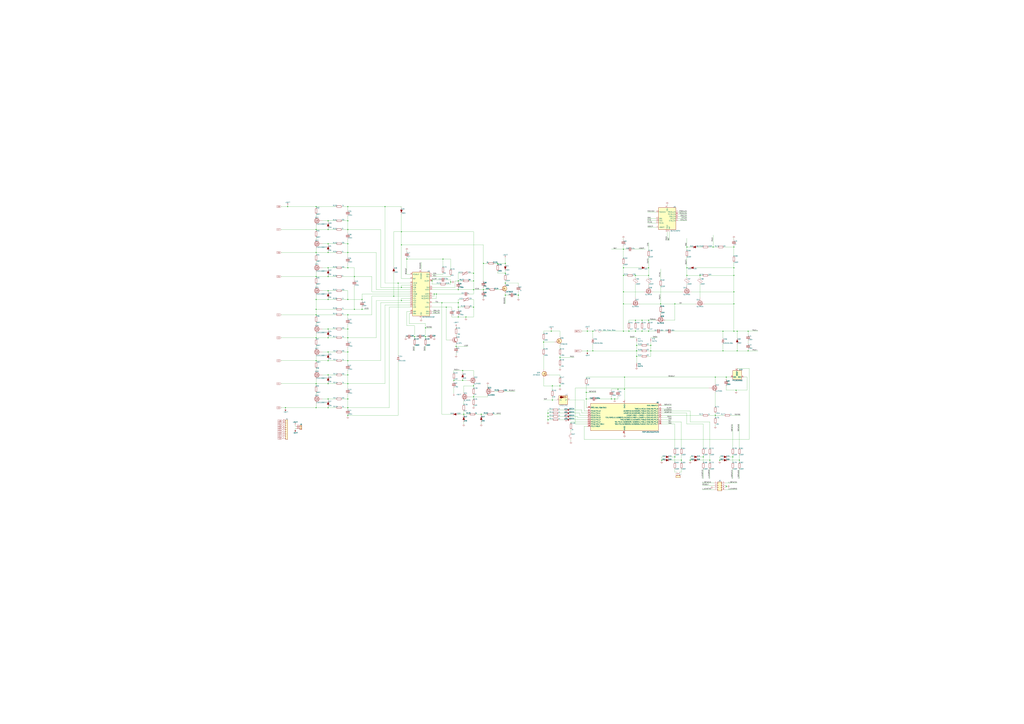
<source format=kicad_sch>
(kicad_sch (version 20250114) (generator "eeschema") (generator_version "9.0")
  (paper "A0")
  (junction (at 797.56 287.02))
  (junction (at 529.59 402.59))
  (junction (at 745.49 384.81))
  (junction (at 549.91 326.39))
  (junction (at 381 321.31))
  (junction (at 868.68 384.81))
  (junction (at 411.48 359.41))
  (junction (at 641.35 448.31))
  (junction (at 755.65 401.32))
  (junction (at 403.86 408.94))
  (junction (at 532.13 356.87))
  (junction (at 381 311.15))
  (junction (at 403.86 311.15))
  (junction (at 501.65 326.39))
  (junction (at 636.27 487.68))
  (junction (at 403.86 365.76))
  (junction (at 855.98 407.67))
  (junction (at 680.72 463.55))
  (junction (at 586.74 328.93))
  (junction (at 797.56 320.04))
  (junction (at 466.09 349.25))
  (junction (at 403.86 382.27))
  (junction (at 723.9 320.04))
  (junction (at 636.27 480.06))
  (junction (at 855.98 384.81))
  (junction (at 723.9 353.06))
  (junction (at 723.9 311.15))
  (junction (at 561.34 306.07))
  (junction (at 561.34 336.55))
  (junction (at 681.99 407.67))
  (junction (at 367.03 293.37))
  (junction (at 514.35 300.99))
  (junction (at 767.08 353.06))
  (junction (at 518.16 356.87))
  (junction (at 420.37 359.41))
  (junction (at 403.86 463.55))
  (junction (at 381 473.71))
  (junction (at 824.23 534.67))
  (junction (at 537.21 430.53))
  (junction (at 558.8 481.33))
  (junction (at 688.34 384.81))
  (junction (at 367.03 347.98))
  (junction (at 739.14 407.67))
  (junction (at 367.03 240.03))
  (junction (at 403.86 347.98))
  (junction (at 641.35 464.82))
  (junction (at 367.03 419.1))
  (junction (at 403.86 293.37))
  (junction (at 737.87 320.04))
  (junction (at 868.68 407.67))
  (junction (at 381 435.61))
  (junction (at 381 266.7))
  (junction (at 739.14 401.32))
  (junction (at 601.98 342.9))
  (junction (at 403.86 283.21))
  (junction (at 367.03 365.76))
  (junction (at 403.86 419.1))
  (junction (at 640.08 384.81))
  (junction (at 403.86 482.6))
  (junction (at 472.44 300.99))
  (junction (at 523.24 327.66))
  (junction (at 737.87 384.81))
  (junction (at 755.65 407.67))
  (junction (at 549.91 336.55))
  (junction (at 462.28 328.93))
  (junction (at 801.37 534.67))
  (junction (at 367.03 392.43))
  (junction (at 494.03 391.16))
  (junction (at 835.66 534.67))
  (junction (at 791.21 534.67))
  (junction (at 403.86 256.54))
  (junction (at 527.05 441.96))
  (junction (at 586.74 317.5))
  (junction (at 466.09 269.24))
  (junction (at 367.03 266.7))
  (junction (at 367.03 321.31))
  (junction (at 650.24 448.31))
  (junction (at 816.61 530.86))
  (junction (at 494.03 381))
  (junction (at 447.04 240.03))
  (junction (at 411.48 321.31))
  (junction (at 481.33 391.16))
  (junction (at 730.25 384.81))
  (junction (at 538.48 481.33))
  (junction (at 723.9 339.09))
  (junction (at 768.35 534.67))
  (junction (at 852.17 339.09))
  (junction (at 852.17 320.04))
  (junction (at 725.17 438.15))
  (junction (at 737.87 372.11))
  (junction (at 681.99 384.81))
  (junction (at 723.9 384.81))
  (junction (at 381 419.1))
  (junction (at 753.11 320.04))
  (junction (at 843.28 565.15))
  (junction (at 331.47 473.71))
  (junction (at 381 463.55))
  (junction (at 549.91 356.87))
  (junction (at 753.11 311.15))
  (junction (at 812.8 320.04))
  (junction (at 403.86 435.61))
  (junction (at 381 293.37))
  (junction (at 745.49 372.11))
  (junction (at 839.47 384.81))
  (junction (at 828.04 287.02))
  (junction (at 367.03 445.77))
  (junction (at 532.13 368.3))
  (junction (at 381 382.27))
  (junction (at 725.17 452.12))
  (junction (at 753.11 372.11))
  (junction (at 381 283.21))
  (junction (at 466.09 284.48))
  (junction (at 577.85 306.07))
  (junction (at 850.9 530.86))
  (junction (at 830.58 438.15))
  (junction (at 858.52 534.67))
  (junction (at 381 445.77))
  (junction (at 843.28 438.15))
  (junction (at 381 392.43))
  (junction (at 403.86 445.77))
  (junction (at 854.71 453.39))
  (junction (at 631.19 397.51))
  (junction (at 783.59 530.86))
  (junction (at 504.19 341.63))
  (junction (at 549.91 317.5))
  (junction (at 797.56 311.15))
  (junction (at 541.02 368.3))
  (junction (at 532.13 336.55))
  (junction (at 852.17 384.81))
  (junction (at 830.58 482.6))
  (junction (at 532.13 351.79))
  (junction (at 381 408.94))
  (junction (at 532.13 326.39))
  (junction (at 466.09 334.01))
  (junction (at 367.03 473.71))
  (junction (at 753.11 384.81))
  (junction (at 739.14 414.02))
  (junction (at 334.01 240.03))
  (junction (at 709.93 463.55))
  (junction (at 852.17 311.15))
  (junction (at 783.59 353.06))
  (junction (at 680.72 455.93))
  (junction (at 852.17 353.06))
  (junction (at 717.55 452.12))
  (junction (at 403.86 392.43))
  (junction (at 713.74 463.55))
  (junction (at 688.34 407.67))
  (junction (at 723.9 289.56))
  (junction (at 381 337.82))
  (junction (at 636.27 483.87))
  (junction (at 513.08 351.79))
  (junction (at 420.37 347.98))
  (junction (at 367.03 359.41))
  (junction (at 839.47 407.67))
  (junction (at 549.91 448.31))
  (junction (at 549.91 461.01))
  (junction (at 457.2 344.17))
  (junction (at 852.17 287.02))
  (junction (at 586.74 342.9))
  (junction (at 586.74 306.07))
  (junction (at 506.73 341.63))
  (junction (at 403.86 266.7))
  (junction (at 403.86 473.71))
  (junction (at 403.86 240.03))
  (junction (at 381 347.98))
  (junction (at 537.21 441.96))
  (junction (at 381 256.54))
  (junction (at 650.24 415.29))
  (wire (pts (xy 367.03 321.31) (xy 367.03 322.58)))
  (wire (pts (xy 816.61 530.86) (xy 816.61 537.21)))
  (wire (pts (xy 411.48 332.74) (xy 411.48 359.41)))
  (wire (pts (xy 549.91 317.5) (xy 549.91 326.39)))
  (wire (pts (xy 397.51 382.27) (xy 403.86 382.27)))
  (wire (pts (xy 549.91 447.04) (xy 549.91 448.31)))
  (wire (pts (xy 590.55 342.9) (xy 586.74 342.9)))
  (wire (pts (xy 397.51 256.54) (xy 403.86 256.54)))
  (wire (pts (xy 681.99 407.67) (xy 688.34 407.67)))
  (wire (pts (xy 762 254) (xy 751.84 254)))
  (wire (pts (xy 501.65 346.71) (xy 506.73 346.71)))
  (wire (pts (xy 723.9 339.09) (xy 723.9 353.06)))
  (wire (pts (xy 641.35 464.82) (xy 646.43 464.82)))
  (wire (pts (xy 577.85 314.96) (xy 577.85 317.5)))
  (wire (pts (xy 843.28 565.15) (xy 844.55 565.15)))
  (wire (pts (xy 523.24 327.66) (xy 523.24 325.12)))
  (wire (pts (xy 441.96 351.79) (xy 441.96 419.1)))
  (wire (pts (xy 791.21 528.32) (xy 791.21 534.67)))
  (wire (pts (xy 466.09 334.01) (xy 476.25 334.01)))
  (wire (pts (xy 367.03 427.99) (xy 367.03 430.53)))
  (wire (pts (xy 815.34 563.88) (xy 829.31 563.88)))
  (wire (pts (xy 830.58 438.15) (xy 843.28 438.15)))
  (wire (pts (xy 367.03 365.76) (xy 389.89 365.76)))
  (wire (pts (xy 830.58 482.6) (xy 840.74 482.6)))
  (wire (pts (xy 650.24 412.75) (xy 650.24 415.29)))
  (wire (pts (xy 739.14 414.02) (xy 744.22 414.02)))
  (wire (pts (xy 631.19 394.97) (xy 631.19 397.51)))
  (wire (pts (xy 342.9 499.11) (xy 342.9 497.84)))
  (wire (pts (xy 381 408.94) (xy 381 410.21)))
  (wire (pts (xy 529.59 400.05) (xy 529.59 402.59)))
  (wire (pts (xy 650.24 438.15) (xy 650.24 435.61)))
  (wire (pts (xy 855.98 568.96) (xy 842.01 568.96)))
  (wire (pts (xy 787.4 256.54) (xy 797.56 256.54)))
  (wire (pts (xy 381 445.77) (xy 389.89 445.77)))
  (wire (pts (xy 730.25 384.81) (xy 737.87 384.81)))
  (wire (pts (xy 411.48 325.12) (xy 411.48 321.31)))
  (wire (pts (xy 812.8 320.04) (xy 812.8 322.58)))
  (wire (pts (xy 681.99 408.94) (xy 681.99 407.67)))
  (wire (pts (xy 817.88 353.06) (xy 852.17 353.06)))
  (wire (pts (xy 561.34 284.48) (xy 561.34 306.07)))
  (wire (pts (xy 842.01 566.42) (xy 843.28 566.42)))
  (wire (pts (xy 549.91 430.53) (xy 549.91 436.88)))
  (wire (pts (xy 374.65 256.54) (xy 381 256.54)))
  (wire (pts (xy 538.48 448.31) (xy 549.91 448.31)))
  (wire (pts (xy 466.09 284.48) (xy 561.34 284.48)))
  (wire (pts (xy 662.94 511.81) (xy 662.94 513.08)))
  (wire (pts (xy 466.09 248.92) (xy 466.09 269.24)))
  (wire (pts (xy 815.34 568.96) (xy 829.31 568.96)))
  (wire (pts (xy 816.61 544.83) (xy 816.61 556.26)))
  (wire (pts (xy 544.83 341.63) (xy 549.91 341.63)))
  (wire (pts (xy 822.96 287.02) (xy 828.04 287.02)))
  (wire (pts (xy 601.98 339.09) (xy 601.98 342.9)))
  (wire (pts (xy 403.86 240.03) (xy 447.04 240.03)))
  (wire (pts (xy 501.65 326.39) (xy 501.65 330.2)))
  (wire (pts (xy 586.74 317.5) (xy 577.85 317.5)))
  (wire (pts (xy 777.24 279.4) (xy 777.24 269.24)))
  (wire (pts (xy 693.42 463.55) (xy 709.93 463.55)))
  (wire (pts (xy 537.21 441.96) (xy 542.29 441.96)))
  (wire (pts (xy 753.11 330.2) (xy 753.11 331.47)))
  (wire (pts (xy 513.08 481.33) (xy 524.51 481.33)))
  (wire (pts (xy 742.95 311.15) (xy 723.9 311.15)))
  (wire (pts (xy 367.03 445.77) (xy 381 445.77)))
  (wire (pts (xy 681.99 383.54) (xy 681.99 384.81)))
  (wire (pts (xy 797.56 320.04) (xy 797.56 322.58)))
  (wire (pts (xy 532.13 335.28) (xy 532.13 336.55)))
  (wire (pts (xy 855.98 400.05) (xy 855.98 407.67)))
  (wire (pts (xy 680.72 463.55) (xy 680.72 473.71)))
  (wire (pts (xy 723.9 384.81) (xy 730.25 384.81)))
  (wire (pts (xy 566.42 461.01) (xy 566.42 459.74)))
  (wire (pts (xy 494.03 375.92) (xy 474.98 375.92)))
  (wire (pts (xy 397.51 365.76) (xy 403.86 365.76)))
  (wire (pts (xy 761.9902 259.08) (xy 751.8302 259.08)))
  (wire (pts (xy 567.69 336.55) (xy 561.34 336.55)))
  (wire (pts (xy 869.95 427.99) (xy 869.95 510.54)))
  (wire (pts (xy 397.51 473.71) (xy 403.86 473.71)))
  (wire (pts (xy 334.01 238.76) (xy 334.01 240.03)))
  (wire (pts (xy 501.65 351.79) (xy 513.08 351.79)))
  (wire (pts (xy 532.13 368.3) (xy 532.13 367.03)))
  (wire (pts (xy 586.74 307.34) (xy 586.74 306.07)))
  (wire (pts (xy 532.13 336.55) (xy 549.91 336.55)))
  (wire (pts (xy 855.98 384.81) (xy 855.98 392.43)))
  (wire (pts (xy 381 473.71) (xy 389.89 473.71)))
  (wire (pts (xy 801.37 534.67) (xy 803.91 534.67)))
  (wire (pts (xy 788.67 548.64) (xy 791.21 548.64)))
  (wire (pts (xy 472.44 300.99) (xy 472.44 318.77)))
  (wire (pts (xy 586.74 306.07) (xy 577.85 306.07)))
  (wire (pts (xy 506.73 341.63) (xy 537.21 341.63)))
  (wire (pts (xy 835.66 534.67) (xy 838.2 534.67)))
  (wire (pts (xy 641.35 487.68) (xy 636.27 487.68)))
  (wire (pts (xy 636.27 480.06) (xy 636.27 483.87)))
  (wire (pts (xy 767.08 332.74) (xy 767.08 353.06)))
  (wire (pts (xy 843.28 438.15) (xy 843.28 440.69)))
  (wire (pts (xy 709.93 289.56) (xy 723.9 289.56)))
  (wire (pts (xy 797.56 480.06) (xy 797.56 492.76)))
  (wire (pts (xy 527.05 433.07) (xy 527.05 430.53)))
  (wire (pts (xy 466.09 331.47) (xy 466.09 334.01)))
  (wire (pts (xy 678.18 495.3) (xy 681.99 495.3)))
  (wire (pts (xy 367.03 419.1) (xy 381 419.1)))
  (wire (pts (xy 717.55 452.12) (xy 717.55 453.39)))
  (wire (pts (xy 403.86 445.77) (xy 447.04 445.77)))
  (wire (pts (xy 648.97 487.68) (xy 655.32 487.68)))
  (wire (pts (xy 850.9 528.32) (xy 850.9 530.86)))
  (wire (pts (xy 381 292.1) (xy 381 293.37)))
  (wire (pts (xy 532.13 327.66) (xy 532.13 326.39)))
  (wire (pts (xy 753.11 311.15) (xy 753.11 320.04)))
  (wire (pts (xy 662.94 487.68) (xy 681.99 487.68)))
  (wire (pts (xy 549.91 471.17) (xy 549.91 472.44)))
  (wire (pts (xy 488.95 304.8) (xy 488.95 313.69)))
  (wire (pts (xy 326.39 266.7) (xy 367.03 266.7)))
  (wire (pts (xy 558.8 481.33) (xy 565.15 481.33)))
  (wire (pts (xy 431.8 344.17) (xy 457.2 344.17)))
  (wire (pts (xy 811.53 534.67) (xy 824.23 534.67)))
  (wire (pts (xy 727.71 320.04) (xy 723.9 320.04)))
  (wire (pts (xy 367.03 266.7) (xy 367.03 267.97)))
  (wire (pts (xy 822.96 482.6) (xy 830.58 482.6)))
  (wire (pts (xy 662.94 480.06) (xy 673.1 480.06)))
  (wire (pts (xy 381 472.44) (xy 381 473.71)))
  (wire (pts (xy 848.36 482.6) (xy 859.79 482.6)))
  (wire (pts (xy 566.42 306.07) (xy 561.34 306.07)))
  (wire (pts (xy 403.86 283.21) (xy 397.51 283.21)))
  (wire (pts (xy 753.11 384.81) (xy 760.73 384.81)))
  (wire (pts (xy 367.03 303.53) (xy 367.03 306.07)))
  (wire (pts (xy 858.52 534.67) (xy 858.52 537.21)))
  (wire (pts (xy 488.95 369.57) (xy 488.95 370.84)))
  (wire (pts (xy 801.37 530.86) (xy 803.91 530.86)))
  (wire (pts (xy 801.37 534.67) (xy 801.37 530.86)))
  (wire (pts (xy 839.47 384.81) (xy 839.47 392.43)))
  (wire (pts (xy 737.87 382.27) (xy 737.87 384.81)))
  (wire (pts (xy 797.56 492.76) (xy 816.61 492.76)))
  (wire (pts (xy 528.32 334.01) (xy 501.65 334.01)))
  (wire (pts (xy 326.39 365.76) (xy 367.03 365.76)))
  (wire (pts (xy 745.49 382.27) (xy 745.49 384.81)))
  (wire (pts (xy 549.91 347.98) (xy 546.1 347.98)))
  (wire (pts (xy 745.49 372.11) (xy 753.11 372.11)))
  (wire (pts (xy 807.72 311.15) (xy 852.17 311.15)))
  (wire (pts (xy 843.28 453.39) (xy 854.71 453.39)))
  (wire (pts (xy 787.4 251.46) (xy 797.56 251.46)))
  (wire (pts (xy 403.86 419.1) (xy 441.96 419.1)))
  (wire (pts (xy 681.99 492.76) (xy 668.02 492.76)))
  (wire (pts (xy 501.65 361.95) (xy 510.54 361.95)))
  (wire (pts (xy 783.59 528.32) (xy 783.59 530.86)))
  (wire (pts (xy 631.19 397.51) (xy 643.89 397.51)))
  (wire (pts (xy 397.51 419.1) (xy 403.86 419.1)))
  (wire (pts (xy 586.74 340.36) (xy 586.74 342.9)))
  (wire (pts (xy 367.03 240.03) (xy 367.03 241.3)))
  (wire (pts (xy 867.41 438.15) (xy 863.6 438.15)))
  (wire (pts (xy 768.35 474.98) (xy 779.78 474.98)))
  (wire (pts (xy 797.56 298.45) (xy 797.56 311.15)))
  (wire (pts (xy 538.48 481.33) (xy 544.83 481.33)))
  (wire (pts (xy 326.39 392.43) (xy 367.03 392.43)))
  (wire (pts (xy 471.17 391.16) (xy 471.17 392.43)))
  (wire (pts (xy 753.11 298.45) (xy 753.11 311.15)))
  (wire (pts (xy 830.58 480.06) (xy 830.58 482.6)))
  (wire (pts (xy 381 293.37) (xy 389.89 293.37)))
  (wire (pts (xy 854.71 453.39) (xy 854.71 454.66)))
  (wire (pts (xy 381 419.1) (xy 389.89 419.1)))
  (wire (pts (xy 850.9 530.86) (xy 850.9 537.21)))
  (wire (pts (xy 546.1 461.01) (xy 549.91 461.01)))
  (wire (pts (xy 816.61 528.32) (xy 816.61 530.86)))
  (wire (pts (xy 367.03 275.59) (xy 367.03 278.13)))
  (wire (pts (xy 436.88 349.25) (xy 436.88 392.43)))
  (wire (pts (xy 326.39 293.37) (xy 367.03 293.37)))
  (wire (pts (xy 397.51 293.37) (xy 403.86 293.37)))
  (wire (pts (xy 767.08 353.06) (xy 767.08 355.6)))
  (wire (pts (xy 397.51 392.43) (xy 403.86 392.43)))
  (wire (pts (xy 778.51 530.86) (xy 783.59 530.86)))
  (wire (pts (xy 501.65 318.77) (xy 514.35 318.77)))
  (wire (pts (xy 768.35 384.81) (xy 773.43 384.81)))
  (wire (pts (xy 586.74 326.39) (xy 586.74 328.93)))
  (wire (pts (xy 681.99 480.06) (xy 675.64 480.06)))
  (wire (pts (xy 868.68 384.81) (xy 868.68 388.62)))
  (wire (pts (xy 830.58 455.93) (xy 830.58 472.44)))
  (wire (pts (xy 678.18 510.54) (xy 869.95 510.54)))
  (wire (pts (xy 403.86 266.7) (xy 403.86 270.51)))
  (wire (pts (xy 549.91 458.47) (xy 549.91 461.01)))
  (wire (pts (xy 367.03 316.23) (xy 367.03 321.31)))
  (wire (pts (xy 403.86 337.82) (xy 403.86 347.98)))
  (wire (pts (xy 447.04 328.93) (xy 462.28 328.93)))
  (wire (pts (xy 737.87 320.04) (xy 753.11 320.04)))
  (wire (pts (xy 673.1 482.6) (xy 673.1 480.06)))
  (wire (pts (xy 768.35 480.06) (xy 797.56 480.06)))
  (wire (pts (xy 787.4 254) (xy 797.56 254)))
  (wire (pts (xy 403.86 306.07) (xy 403.86 311.15)))
  (wire (pts (xy 518.16 330.2) (xy 523.24 330.2)))
  (wire (pts (xy 852.17 304.8) (xy 852.17 311.15)))
  (wire (pts (xy 476.25 361.95) (xy 472.44 361.95)))
  (wire (pts (xy 527.05 441.96) (xy 527.05 443.23)))
  (wire (pts (xy 403.86 382.27) (xy 403.86 392.43)))
  (wire (pts (xy 739.14 414.02) (xy 739.14 421.64)))
  (wire (pts (xy 472.44 299.72) (xy 472.44 300.99)))
  (wire (pts (xy 367.03 359.41) (xy 367.03 365.76)))
  (wire (pts (xy 717.55 463.55) (xy 713.74 463.55)))
  (wire (pts (xy 631.19 387.35) (xy 631.19 384.81)))
  (wire (pts (xy 367.03 473.71) (xy 381 473.71)))
  (wire (pts (xy 527.05 441.96) (xy 537.21 441.96)))
  (wire (pts (xy 868.68 407.67) (xy 880.11 407.67)))
  (wire (pts (xy 641.35 483.87) (xy 636.27 483.87)))
  (wire (pts (xy 713.74 463.55) (xy 713.74 464.82)))
  (wire (pts (xy 374.65 408.94) (xy 381 408.94)))
  (wire (pts (xy 641.35 448.31) (xy 641.35 453.39)))
  (wire (pts (xy 739.14 401.32) (xy 739.14 407.67)))
  (wire (pts (xy 755.65 401.32) (xy 755.65 407.67)))
  (wire (pts (xy 381 417.83) (xy 381 419.1)))
  (wire (pts (xy 843.28 566.42) (xy 843.28 565.15)))
  (wire (pts (xy 436.88 349.25) (xy 466.09 349.25)))
  (wire (pts (xy 537.21 430.53) (xy 549.91 430.53)))
  (wire (pts (xy 828.04 273.05) (xy 828.04 287.02)))
  (wire (pts (xy 529.59 388.62) (xy 529.59 389.89)))
  (wire (pts (xy 481.33 378.46) (xy 481.33 391.16)))
  (wire (pts (xy 574.04 306.07) (xy 577.85 306.07)))
  (wire (pts (xy 513.08 351.79) (xy 513.08 481.33)))
  (wire (pts (xy 868.68 384.81) (xy 855.98 384.81)))
  (wire (pts (xy 762 264.16) (xy 751.84 264.16)))
  (wire (pts (xy 852.17 320.04) (xy 852.17 339.09)))
  (wire (pts (xy 397.51 337.82) (xy 403.86 337.82)))
  (wire (pts (xy 566.42 447.04) (xy 566.42 449.58)))
  (wire (pts (xy 367.03 374.65) (xy 367.03 377.19)))
  (wire (pts (xy 586.74 342.9) (xy 586.74 353.06)))
  (wire (pts (xy 586.74 299.72) (xy 586.74 306.07)))
  (wire (pts (xy 403.86 435.61) (xy 403.86 445.77)))
  (wire (pts (xy 631.19 448.31) (xy 641.35 448.31)))
  (wire (pts (xy 767.08 312.42) (xy 767.08 325.12)))
  (wire (pts (xy 541.02 368.3) (xy 549.91 368.3)))
  (wire (pts (xy 758.19 339.09) (xy 792.48 339.09)))
  (wire (pts (xy 403.86 419.1) (xy 403.86 422.91)))
  (wire (pts (xy 737.87 384.81) (xy 745.49 384.81)))
  (wire (pts (xy 367.03 392.43) (xy 381 392.43)))
  (wire (pts (xy 510.54 325.12) (xy 501.65 325.12)))
  (wire (pts (xy 504.19 391.16) (xy 504.19 392.43)))
  (wire (pts (xy 641.35 480.06) (xy 636.27 480.06)))
  (wire (pts (xy 342.9 497.84) (xy 344.17 497.84)))
  (wire (pts (xy 523.24 325.12) (xy 518.16 325.12)))
  (wire (pts (xy 367.03 387.35) (xy 367.03 392.43)))
  (wire (pts (xy 735.33 289.56) (xy 749.3 289.56)))
  (wire (pts (xy 466.09 269.24) (xy 466.09 284.48)))
  (wire (pts (xy 636.27 487.68) (xy 636.27 490.22)))
  (wire (pts (xy 466.09 284.48) (xy 466.09 323.85)))
  (wire (pts (xy 481.33 391.16) (xy 481.33 393.7)))
  (wire (pts (xy 824.23 544.83) (xy 824.23 556.26)))
  (wire (pts (xy 753.11 281.94) (xy 753.11 290.83)))
  (wire (pts (xy 786.13 548.64) (xy 783.59 548.64)))
  (wire (pts (xy 326.39 419.1) (xy 367.03 419.1)))
  (wire (pts (xy 524.51 367.03) (xy 524.51 368.3)))
  (wire (pts (xy 381 320.04) (xy 381 321.31)))
  (wire (pts (xy 381 382.27) (xy 389.89 382.27)))
  (wire (pts (xy 381 256.54) (xy 381 257.81)))
  (wire (pts (xy 532.13 347.98) (xy 532.13 351.79)))
  (wire (pts (xy 858.52 520.7) (xy 858.52 492.76)))
  (wire (pts (xy 868.68 407.67) (xy 855.98 407.67)))
  (wire (pts (xy 367.03 445.77) (xy 367.03 448.31)))
  (wire (pts (xy 457.2 344.17) (xy 476.25 344.17)))
  (wire (pts (xy 731.52 392.43) (xy 739.14 392.43)))
  (wire (pts (xy 367.03 330.2) (xy 367.03 332.74)))
  (wire (pts (xy 441.96 351.79) (xy 476.25 351.79)))
  (wire (pts (xy 662.94 499.11) (xy 662.94 501.65)))
  (wire (pts (xy 824.23 528.32) (xy 824.23 534.67)))
  (wire (pts (xy 367.03 440.69) (xy 367.03 445.77)))
  (wire (pts (xy 452.12 356.87) (xy 476.25 356.87)))
  (wire (pts (xy 447.04 354.33) (xy 476.25 354.33)))
  (wire (pts (xy 768.35 535.94) (xy 768.35 534.67)))
  (wire (pts (xy 367.03 321.31) (xy 381 321.31)))
  (wire (pts (xy 680.72 455.93) (xy 680.72 463.55)))
  (wire (pts (xy 753.11 372.11) (xy 762 372.11)))
  (wire (pts (xy 561.34 334.01) (xy 561.34 336.55)))
  (wire (pts (xy 403.86 278.13) (xy 403.86 283.21)))
  (wire (pts (xy 326.39 445.77) (xy 367.03 445.77)))
  (wire (pts (xy 751.84 414.02) (xy 755.65 414.02)))
  (wire (pts (xy 678.18 477.52) (xy 681.99 477.52)))
  (wire (pts (xy 538.48 490.22) (xy 538.48 492.76)))
  (wire (pts (xy 403.86 396.24) (xy 403.86 392.43)))
  (wire (pts (xy 650.24 415.29) (xy 650.24 417.83)))
  (wire (pts (xy 549.91 461.01) (xy 566.42 461.01)))
  (wire (pts (xy 397.51 240.03) (xy 403.86 240.03)))
  (wire (pts (xy 541.02 369.57) (xy 541.02 368.3)))
  (wire (pts (xy 367.03 288.29) (xy 367.03 293.37)))
  (wire (pts (xy 811.53 530.86) (xy 816.61 530.86)))
  (wire (pts (xy 750.57 311.15) (xy 753.11 311.15)))
  (wire (pts (xy 367.03 347.98) (xy 381 347.98)))
  (wire (pts (xy 494.03 391.16) (xy 494.03 381)))
  (wire (pts (xy 420.37 347.98) (xy 420.37 349.25)))
  (wire (pts (xy 717.55 461.01) (xy 717.55 463.55)))
  (wire (pts (xy 524.51 327.66) (xy 523.24 327.66)))
  (wire (pts (xy 585.47 454.66) (xy 598.17 454.66)))
  (wire (pts (xy 513.08 351.79) (xy 532.13 351.79)))
  (wire (pts (xy 675.64 407.67) (xy 681.99 407.67)))
  (wire (pts (xy 641.35 461.01) (xy 641.35 464.82)))
  (wire (pts (xy 880.11 384.81) (xy 868.68 384.81)))
  (wire (pts (xy 478.79 391.16) (xy 481.33 391.16)))
  (wire (pts (xy 549.91 448.31) (xy 549.91 450.85)))
  (wire (pts (xy 783.59 544.83) (xy 783.59 548.64)))
  (wire (pts (xy 436.88 336.55) (xy 476.25 336.55)))
  (wire (pts (xy 537.21 440.69) (xy 537.21 441.96)))
  (wire (pts (xy 523.24 330.2) (xy 523.24 327.66)))
  (wire (pts (xy 537.21 433.07) (xy 537.21 430.53)))
  (wire (pts (xy 403.86 482.6) (xy 403.86 483.87)))
  (wire (pts (xy 828.04 287.02) (xy 833.12 287.02)))
  (wire (pts (xy 381 283.21) (xy 381 284.48)))
  (wire (pts (xy 601.98 342.9) (xy 598.17 342.9)))
  (wire (pts (xy 675.64 480.06) (xy 675.64 476.25)))
  (wire (pts (xy 518.16 356.87) (xy 524.51 356.87)))
  (wire (pts (xy 745.49 372.11) (xy 745.49 374.65)))
  (wire (pts (xy 532.13 359.41) (xy 532.13 356.87)))
  (wire (pts (xy 730.25 374.65) (xy 730.25 372.11)))
  (wire (pts (xy 367.03 468.63) (xy 367.03 473.71)))
  (wire (pts (xy 514.35 300.99) (xy 523.24 300.99)))
  (wire (pts (xy 532.13 326.39) (xy 537.21 326.39)))
  (wire (pts (xy 501.65 364.49) (xy 510.54 364.49)))
  (wire (pts (xy 403.86 458.47) (xy 403.86 463.55)))
  (wire (pts (xy 381 283.21) (xy 389.89 283.21)))
  (wire (pts (xy 801.37 535.94) (xy 801.37 534.67)))
  (wire (pts (xy 852.17 339.09) (xy 852.17 353.06)))
  (wire (pts (xy 524.51 359.41) (xy 524.51 356.87)))
  (wire (pts (xy 403.86 392.43) (xy 436.88 392.43)))
  (wire (pts (xy 397.51 445.77) (xy 403.86 445.77)))
  (wire (pts (xy 739.14 407.67) (xy 739.14 414.02)))
  (wire (pts (xy 745.49 384.81) (xy 753.11 384.81)))
  (wire (pts (xy 835.66 535.94) (xy 835.66 534.67)))
  (wire (pts (xy 411.48 311.15) (xy 411.48 321.31)))
  (wire (pts (xy 815.34 561.34) (xy 829.31 561.34)))
  (wire (pts (xy 403.86 293.37) (xy 403.86 298.45)))
  (wire (pts (xy 852.17 287.02) (xy 852.17 297.18)))
  (wire (pts (xy 802.64 339.09) (xy 852.17 339.09)))
  (wire (pts (xy 527.05 457.2) (xy 527.05 450.85)))
  (wire (pts (xy 787.4 248.92) (xy 797.56 248.92)))
  (wire (pts (xy 411.48 359.41) (xy 420.37 359.41)))
  (wire (pts (xy 791.21 534.67) (xy 791.21 537.21)))
  (wire (pts (xy 761.9902 256.54) (xy 751.8302 256.54)))
  (wire (pts (xy 447.04 240.03) (xy 447.04 328.93)))
  (wire (pts (xy 824.23 490.22) (xy 801.37 490.22)))
  (wire (pts (xy 494.03 381) (xy 494.03 375.92)))
  (wire (pts (xy 678.18 510.54) (xy 678.18 495.3)))
  (wire (pts (xy 762 246.38) (xy 751.84 246.38)))
  (wire (pts (xy 549.91 336.55) (xy 561.34 336.55)))
  (wire (pts (xy 742.95 353.06) (xy 767.08 353.06)))
  (wire (pts (xy 852.17 285.75) (xy 852.17 287.02)))
  (wire (pts (xy 403.86 251.46) (xy 403.86 256.54)))
  (wire (pts (xy 744.22 401.32) (xy 739.14 401.32)))
  (wire (pts (xy 462.28 328.93) (xy 462.28 412.75)))
  (wire (pts (xy 466.09 269.24) (xy 549.91 269.24)))
  (wire (pts (xy 420.37 356.87) (xy 420.37 359.41)))
  (wire (pts (xy 367.03 248.92) (xy 367.03 251.46)))
  (wire (pts (xy 709.93 463.55) (xy 709.93 461.01)))
  (wire (pts (xy 577.85 306.07) (xy 577.85 307.34)))
  (wire (pts (xy 397.51 321.31) (xy 411.48 321.31)))
  (wire (pts (xy 767.08 363.22) (xy 767.08 364.49)))
  (wire (pts (xy 845.82 530.86) (xy 850.9 530.86)))
  (wire (pts (xy 381 444.5) (xy 381 445.77)))
  (wire (pts (xy 688.34 384.81) (xy 688.34 392.43)))
  (wire (pts (xy 830.58 482.6) (xy 830.58 485.14)))
  (wire (pts (xy 768.35 534.67) (xy 768.35 530.86)))
  (wire (pts (xy 858.52 528.32) (xy 858.52 534.67)))
  (wire (pts (xy 436.88 293.37) (xy 436.88 336.55)))
  (wire (pts (xy 688.34 407.67) (xy 739.14 407.67)))
  (wire (pts (xy 367.03 293.37) (xy 367.03 295.91)))
  (wire (pts (xy 326.39 240.03) (xy 334.01 240.03)))
  (wire (pts (xy 501.65 321.31) (xy 523.24 321.31)))
  (wire (pts (xy 852.17 276.86) (xy 852.17 278.13)))
  (wire (pts (xy 670.56 485.14) (xy 670.56 483.87)))
  (wire (pts (xy 544.83 326.39) (xy 549.91 326.39)))
  (wire (pts (xy 850.9 520.7) (xy 850.9 492.76)))
  (wire (pts (xy 334.01 240.03) (xy 367.03 240.03)))
  (wire (pts (xy 521.97 394.97) (xy 518.16 394.97)))
  (wire (pts (xy 561.34 306.07) (xy 561.34 326.39)))
  (wire (pts (xy 462.28 420.37) (xy 462.28 482.6)))
  (wire (pts (xy 735.33 320.04) (xy 737.87 320.04)))
  (wire (pts (xy 403.86 463.55) (xy 403.86 473.71)))
  (wire (pts (xy 801.37 490.22) (xy 801.37 477.52)))
  (wire (pts (xy 403.86 435.61) (xy 397.51 435.61)))
  (wire (pts (xy 549.91 356.87) (xy 546.1 356.87)))
  (wire (pts (xy 681.99 482.6) (xy 673.1 482.6)))
  (wire (pts (xy 725.17 452.12) (xy 725.17 464.82)))
  (wire (pts (xy 725.17 438.15) (xy 830.58 438.15)))
  (wire (pts (xy 403.86 473.71) (xy 403.86 474.98)))
  (wire (pts (xy 601.98 328.93) (xy 586.74 328.93)))
  (wire (pts (xy 680.72 447.04) (xy 680.72 455.93)))
  (wire (pts (xy 852.17 384.81) (xy 855.98 384.81)))
  (wire (pts (xy 403.86 266.7) (xy 441.96 266.7)))
  (wire (pts (xy 698.5 384.81) (xy 723.9 384.81)))
  (wire (pts (xy 815.34 320.04) (xy 812.8 320.04)))
  (wire (pts (xy 381 346.71) (xy 381 347.98)))
  (wire (pts (xy 783.59 530.86) (xy 783.59 537.21)))
  (wire (pts (xy 717.55 452.12) (xy 725.17 452.12)))
  (wire (pts (xy 342.9 494.03) (xy 342.9 495.3)))
  (wire (pts (xy 403.86 403.86) (xy 403.86 408.94)))
  (wire (pts (xy 561.34 345.44) (xy 561.34 346.71)))
  (wire (pts (xy 843.28 448.31) (xy 843.28 453.39)))
  (wire (pts (xy 572.77 481.33) (xy 581.66 481.33)))
  (wire (pts (xy 474.98 364.49) (xy 476.25 364.49)))
  (wire (pts (xy 867.41 453.39) (xy 867.41 438.15)))
  (wire (pts (xy 852.17 384.81) (xy 839.47 384.81)))
  (wire (pts (xy 466.09 346.71) (xy 476.25 346.71)))
  (wire (pts (xy 532.13 317.5) (xy 534.67 317.5)))
  (wire (pts (xy 768.35 477.52) (xy 801.37 477.52)))
  (wire (pts (xy 768.35 487.68) (xy 779.78 487.68)))
  (wire (pts (xy 631.19 412.75) (xy 631.19 429.26)))
  (wire (pts (xy 472.44 378.46) (xy 481.33 378.46)))
  (wire (pts (xy 753.11 320.04) (xy 753.11 322.58)))
  (wire (pts (xy 755.65 392.43) (xy 763.27 392.43)))
  (wire (pts (xy 830.58 438.15) (xy 830.58 445.77)))
  (wire (pts (xy 586.74 314.96) (xy 586.74 317.5)))
  (wire (pts (xy 843.28 438.15) (xy 848.36 438.15)))
  (wire (pts (xy 452.12 356.87) (xy 452.12 473.71)))
  (wire (pts (xy 374.65 435.61) (xy 381 435.61)))
  (wire (pts (xy 381 435.61) (xy 389.89 435.61)))
  (wire (pts (xy 778.51 534.67) (xy 791.21 534.67)))
  (wire (pts (xy 662.94 491.49) (xy 662.94 490.22)))
  (wire (pts (xy 723.9 320.04) (xy 723.9 339.09)))
  (wire (pts (xy 753.11 372.11) (xy 753.11 374.65)))
  (wire (pts (xy 797.56 311.15) (xy 797.56 320.04)))
  (wire (pts (xy 737.87 372.11) (xy 737.87 374.65)))
  (wire (pts (xy 725.17 504.19) (xy 725.17 505.46)))
  (wire (pts (xy 768.35 485.14) (xy 779.78 485.14)))
  (wire (pts (xy 381 382.27) (xy 381 383.54)))
  (wire (pts (xy 501.65 356.87) (xy 518.16 356.87)))
  (wire (pts (xy 650.24 448.31) (xy 650.24 445.77)))
  (wire (pts (xy 397.51 463.55) (xy 403.86 463.55)))
  (wire (pts (xy 403.86 365.76) (xy 403.86 369.57)))
  (wire (pts (xy 662.94 483.87) (xy 670.56 483.87)))
  (wire (pts (xy 481.33 401.32) (xy 481.33 407.67)))
  (wire (pts (xy 791.21 544.83) (xy 791.21 548.64)))
  (wire (pts (xy 787.4 246.38) (xy 797.56 246.38)))
  (wire (pts (xy 709.93 453.39) (xy 709.93 452.12)))
  (wire (pts (xy 636.27 476.25) (xy 636.27 480.06)))
  (wire (pts (xy 381 463.55) (xy 381 464.82)))
  (wire (pts (xy 549.91 336.55) (xy 549.91 341.63)))
  (wire (pts (xy 768.35 530.86) (xy 770.89 530.86)))
  (wire (pts (xy 466.09 349.25) (xy 476.25 349.25)))
  (wire (pts (xy 510.54 330.2) (xy 501.65 330.2)))
  (wire (pts (xy 447.04 240.03) (xy 466.09 240.03)))
  (wire (pts (xy 774.7 237.49) (xy 774.7 238.76)))
  (wire (pts (xy 538.48 466.09) (xy 538.48 469.9)))
  (wire (pts (xy 367.03 266.7) (xy 381 266.7)))
  (wire (pts (xy 523.24 320.04) (xy 523.24 321.31)))
  (wire (pts (xy 538.48 455.93) (xy 538.48 448.31)))
  (wire (pts (xy 640.08 383.54) (xy 640.08 384.81)))
  (wire (pts (xy 835.66 530.86) (xy 838.2 530.86)))
  (wire (pts (xy 783.59 353.06) (xy 807.72 353.06)))
  (wire (pts (xy 481.33 391.16) (xy 483.87 391.16)))
  (wire (pts (xy 774.7 269.24) (xy 774.7 279.4)))
  (wire (pts (xy 739.14 397.51) (xy 739.14 401.32)))
  (wire (pts (xy 650.24 415.29) (xy 666.75 415.29)))
  (wire (pts (xy 403.86 473.71) (xy 452.12 473.71)))
  (wire (pts (xy 397.51 311.15) (xy 403.86 311.15)))
  (wire (pts (xy 374.65 463.55) (xy 381 463.55)))
  (wire (pts (xy 755.65 397.51) (xy 755.65 401.32)))
  (wire (pts (xy 501.65 325.12) (xy 501.65 326.39)))
  (wire (pts (xy 641.35 448.31) (xy 650.24 448.31)))
  (wire (pts (xy 835.66 534.67) (xy 835.66 530.86)))
  (wire (pts (xy 580.39 336.55) (xy 575.31 336.55)))
  (wire (pts (xy 381 337.82) (xy 381 339.09)))
  (wire (pts (xy 668.02 492.76) (xy 668.02 450.85)))
  (wire (pts (xy 574.04 454.66) (xy 577.85 454.66)))
  (wire (pts (xy 549.91 326.39) (xy 549.91 336.55)))
  (wire (pts (xy 374.65 337.82) (xy 381 337.82)))
  (wire (pts (xy 637.54 435.61) (xy 650.24 435.61)))
  (wire (pts (xy 681.99 473.71) (xy 680.72 473.71)))
  (wire (pts (xy 462.28 328.93) (xy 476.25 328.93)))
  (wire (pts (xy 868.68 396.24) (xy 868.68 398.78)))
  (wire (pts (xy 474.98 375.92) (xy 474.98 364.49)))
  (wire (pts (xy 855.98 427.99) (xy 869.95 427.99)))
  (wire (pts (xy 800.1 311.15) (xy 797.56 311.15)))
  (wire (pts (xy 601.98 342.9) (xy 601.98 346.71)))
  (wire (pts (xy 381 311.15) (xy 389.89 311.15)))
  (wire (pts (xy 549.91 461.01) (xy 549.91 463.55)))
  (wire (pts (xy 772.16 372.11) (xy 783.59 372.11)))
  (wire (pts (xy 506.73 341.63) (xy 506.73 346.71)))
  (wire (pts (xy 730.25 382.27) (xy 730.25 384.81)))
  (wire (pts (xy 727.71 289.56) (xy 723.9 289.56)))
  (wire (pts (xy 538.48 482.6) (xy 538.48 481.33)))
  (wire (pts (xy 523.24 312.42) (xy 523.24 300.99)))
  (wire (pts (xy 466.09 240.03) (xy 466.09 241.3)))
  (wire (pts (xy 403.86 293.37) (xy 436.88 293.37)))
  (wire (pts (xy 661.67 464.82) (xy 678.18 464.82)))
  (wire (pts (xy 381 435.61) (xy 381 436.88)))
  (wire (pts (xy 767.08 353.06) (xy 783.59 353.06)))
  (wire (pts (xy 791.21 520.7) (xy 791.21 490.22)))
  (wire (pts (xy 650.24 425.45) (xy 650.24 427.99)))
  (wire (pts (xy 816.61 520.7) (xy 816.61 492.76)))
  (wire (pts (xy 631.19 397.51) (xy 631.19 405.13)))
  (wire (pts (xy 411.48 321.31) (xy 431.8 321.31)))
  (wire (pts (xy 403.86 377.19) (xy 403.86 382.27)))
  (wire (pts (xy 549.91 356.87) (xy 549.91 368.3)))
  (wire (pts (xy 403.86 430.53) (xy 403.86 435.61)))
  (wire (pts (xy 631.19 439.42) (xy 631.19 448.31)))
  (wire (pts (xy 374.65 283.21) (xy 381 283.21)))
  (wire (pts (xy 367.03 293.37) (xy 381 293.37)))
  (wire (pts (xy 331.47 473.71) (xy 367.03 473.71)))
  (wire (pts (xy 403.86 482.6) (xy 462.28 482.6)))
  (wire (pts (xy 797.56 276.86) (xy 797.56 287.02)))
  (wire (pts (xy 403.86 243.84) (xy 403.86 240.03)))
  (wire (pts (xy 491.49 391.16) (xy 494.03 391.16)))
  (wire (pts (xy 514.35 309.88) (xy 514.35 300.99)))
  (wire (pts (xy 755.65 407.67) (xy 839.47 407.67)))
  (wire (pts (xy 850.9 544.83) (xy 850.9 556.26)))
  (wire (pts (xy 737.87 320.04) (xy 737.87 322.58)))
  (wire (pts (xy 648.97 483.87) (xy 655.32 483.87)))
  (wire (pts (xy 737.87 372.11) (xy 745.49 372.11)))
  (wire (pts (xy 797.56 287.02) (xy 802.64 287.02)))
  (wire (pts (xy 501.65 341.63) (xy 504.19 341.63)))
  (wire (pts (xy 403.86 408.94) (xy 403.86 419.1)))
  (wire (pts (xy 342.9 495.3) (xy 344.17 495.3)))
  (wire (pts (xy 755.65 407.67) (xy 755.65 414.02)))
  (wire (pts (xy 549.91 269.24) (xy 549.91 317.5)))
  (wire (pts (xy 431.8 321.31) (xy 431.8 339.09)))
  (wire (pts (xy 381 347.98) (xy 389.89 347.98)))
  (wire (pts (xy 367.03 419.1) (xy 367.03 420.37)))
  (wire (pts (xy 403.86 311.15) (xy 411.48 311.15)))
  (wire (pts (xy 420.37 359.41) (xy 427.99 359.41)))
  (wire (pts (xy 725.17 438.15) (xy 725.17 452.12)))
  (wire (pts (xy 680.72 439.42) (xy 680.72 438.15)))
  (wire (pts (xy 845.82 534.67) (xy 858.52 534.67)))
  (wire (pts (xy 431.8 344.17) (xy 431.8 365.76)))
  (wire (pts (xy 504.19 341.63) (xy 506.73 341.63)))
  (wire (pts (xy 680.72 455.93) (xy 692.15 455.93)))
  (wire (pts (xy 723.9 311.15) (xy 723.9 320.04)))
  (wire (pts (xy 367.03 359.41) (xy 389.89 359.41)))
  (wire (pts (xy 472.44 300.99) (xy 514.35 300.99)))
  (wire (pts (xy 457.2 269.24) (xy 457.2 309.88)))
  (wire (pts (xy 447.04 354.33) (xy 447.04 445.77)))
  (wire (pts (xy 472.44 290.83) (xy 472.44 292.1)))
  (wire (pts (xy 843.28 563.88) (xy 843.28 565.15)))
  (wire (pts (xy 650.24 450.85) (xy 650.24 448.31)))
  (wire (pts (xy 374.65 382.27) (xy 381 382.27)))
  (wire (pts (xy 431.8 339.09) (xy 476.25 339.09)))
  (wire (pts (xy 586.74 317.5) (xy 586.74 318.77)))
  (wire (pts (xy 514.35 317.5) (xy 514.35 318.77)))
  (wire (pts (xy 730.25 372.11) (xy 737.87 372.11)))
  (wire (pts (xy 828.04 566.42) (xy 829.31 566.42)))
  (wire (pts (xy 532.13 326.39) (xy 528.32 326.39)))
  (wire (pts (xy 524.51 368.3) (xy 532.13 368.3)))
  (wire (pts (xy 768.35 492.76) (xy 783.59 492.76)))
  (wire (pts (xy 558.8 490.22) (xy 558.8 492.76)))
  (wire (pts (xy 420.37 341.63) (xy 420.37 347.98)))
  (wire (pts (xy 855.98 561.34) (xy 842.01 561.34)))
  (wire (pts (xy 397.51 408.94) (xy 403.86 408.94)))
  (wire (pts (xy 457.2 317.5) (xy 457.2 344.17)))
  (wire (pts (xy 397.51 347.98) (xy 403.86 347.98)))
  (wire (pts (xy 753.11 382.27) (xy 753.11 384.81)))
  (wire (pts (xy 420.37 341.63) (xy 476.25 341.63)))
  (wire (pts (xy 367.03 261.62) (xy 367.03 266.7)))
  (wire (pts (xy 367.03 365.76) (xy 367.03 367.03)))
  (wire (pts (xy 824.23 534.67) (xy 824.23 537.21)))
  (wire (pts (xy 751.84 401.32) (xy 755.65 401.32)))
  (wire (pts (xy 732.79 353.06) (xy 723.9 353.06)))
  (wire (pts (xy 641.35 476.25) (xy 636.27 476.25)))
  (wire (pts (xy 636.27 483.87) (xy 636.27 487.68)))
  (wire (pts (xy 737.87 330.2) (xy 737.87 345.44)))
  (wire (pts (xy 723.9 353.06) (xy 723.9 384.81)))
  (wire (pts (xy 529.59 402.59) (xy 543.56 402.59)))
  (wire (pts (xy 466.09 331.47) (xy 476.25 331.47)))
  (wire (pts (xy 858.52 544.83) (xy 858.52 556.26)))
  (wire (pts (xy 739.14 407.67) (xy 744.22 407.67)))
  (wire (pts (xy 650.24 401.32) (xy 650.24 405.13)))
  (wire (pts (xy 812.8 320.04) (xy 797.56 320.04)))
  (wire (pts (xy 504.19 341.63) (xy 504.19 344.17)))
  (wire (pts (xy 824.23 520.7) (xy 824.23 490.22)))
  (wire (pts (xy 797.56 287.02) (xy 797.56 290.83)))
  (wire (pts (xy 668.02 450.85) (xy 822.96 450.85)))
  (wire (pts (xy 367.03 455.93) (xy 367.03 458.47)))
  (wire (pts (xy 538.48 477.52) (xy 538.48 481.33)))
  (wire (pts (xy 822.96 320.04) (xy 852.17 320.04)))
  (wire (pts (xy 381 265.43) (xy 381 266.7)))
  (wire (pts (xy 403.86 256.54) (xy 403.86 266.7)))
  (wire (pts (xy 839.47 407.67) (xy 855.98 407.67)))
  (wire (pts (xy 631.19 464.82) (xy 641.35 464.82)))
  (wire (pts (xy 466.09 323.85) (xy 476.25 323.85)))
  (wire (pts (xy 680.72 438.15) (xy 725.17 438.15)))
  (wire (pts (xy 494.03 391.16) (xy 496.57 391.16)))
  (wire (pts (xy 812.8 330.2) (xy 812.8 345.44)))
  (wire (pts (xy 529.59 379.73) (xy 529.59 381)))
  (wire (pts (xy 852.17 311.15) (xy 852.17 320.04)))
  (wire (pts (xy 374.65 311.15) (xy 381 311.15)))
  (wire (pts (xy 527.05 440.69) (xy 527.05 441.96)))
  (wire (pts (xy 662.94 476.25) (xy 675.64 476.25)))
  (wire (pts (xy 381 408.94) (xy 389.89 408.94)))
  (wire (pts (xy 688.34 400.05) (xy 688.34 407.67)))
  (wire (pts (xy 681.99 485.14) (xy 670.56 485.14)))
  (wire (pts (xy 367.03 392.43) (xy 367.03 393.7)))
  (wire (pts (xy 650.24 391.16) (xy 650.24 384.81)))
  (wire (pts (xy 494.03 391.16) (xy 494.03 393.7)))
  (wire (pts (xy 768.35 490.22) (xy 791.21 490.22)))
  (wire (pts (xy 381 463.55) (xy 389.89 463.55)))
  (wire (pts (xy 501.65 344.17) (xy 504.19 344.17)))
  (wire (pts (xy 466.09 269.24) (xy 457.2 269.24)))
  (wire (pts (xy 397.51 359.41) (xy 411.48 359.41)))
  (wire (pts (xy 709.93 452.12) (xy 717.55 452.12)))
  (wire (pts (xy 681.99 384.81) (xy 688.34 384.81)))
  (wire (pts (xy 783.59 353.06) (xy 783.59 372.11)))
  (wire (pts (xy 441.96 266.7) (xy 441.96 334.01)))
  (wire (pts (xy 561.34 337.82) (xy 561.34 336.55)))
  (wire (pts (xy 781.05 384.81) (xy 839.47 384.81)))
  (wire (pts (xy 381 256.54) (xy 389.89 256.54)))
  (wire (pts (xy 678.18 464.82) (xy 678.18 477.52)))
  (wire (pts (xy 403.86 365.76) (xy 431.8 365.76)))
  (wire (pts (xy 723.9 289.56) (xy 723.9 299.72)))
  (wire (pts (xy 558.8 482.6) (xy 558.8 481.33)))
  (wire (pts (xy 381 337.82) (xy 389.89 337.82)))
  (wire (pts (xy 810.26 287.02) (xy 815.34 287.02)))
  (wire (pts (xy 381 392.43) (xy 389.89 392.43)))
  (wire (pts (xy 854.71 453.39) (xy 867.41 453.39)))
  (wire (pts (xy 367.03 342.9) (xy 367.03 347.98)))
  (wire (pts (xy 494.03 401.32) (xy 494.03 407.67)))
  (wire (pts (xy 685.8 463.55) (xy 680.72 463.55)))
  (wire (pts (xy 723.9 339.09) (xy 748.03 339.09)))
  (wire (pts (xy 501.65 336.55) (xy 532.13 336.55)))
  (wire (pts (xy 367.03 414.02) (xy 367.03 419.1)))
  (wire (pts (xy 466.09 346.71) (xy 466.09 349.25)))
  (wire (pts (xy 532.13 351.79) (xy 532.13 356.87)))
  (wire (pts (xy 768.35 534.67) (xy 770.89 534.67)))
  (wire (pts (xy 532.13 356.87) (xy 538.48 356.87)))
  (wire (pts (xy 535.94 347.98) (xy 532.13 347.98)))
  (wire (pts (xy 381 391.16) (xy 381 392.43)))
  (wire (pts (xy 723.9 285.75) (xy 723.9 289.56)))
  (wire (pts (xy 797.56 330.2) (xy 797.56 331.47)))
  (wire (pts (xy 528.32 326.39) (xy 528.32 334.01)))
  (wire (pts (xy 690.88 384.81) (xy 688.34 384.81)))
  (wire (pts (xy 552.45 481.33) (xy 558.8 481.33)))
  (wire (pts (xy 783.59 520.7) (xy 783.59 492.76)))
  (wire (pts (xy 713.74 463.55) (xy 709.93 463.55)))
  (wire (pts (xy 640.08 384.81) (xy 650.24 384.81)))
  (wire (pts (xy 544.83 317.5) (xy 549.91 317.5)))
  (wire (pts (xy 441.96 334.01) (xy 466.09 334.01)))
  (wire (pts (xy 723.9 307.34) (xy 723.9 311.15)))
  (wire (pts (xy 397.51 266.7) (xy 403.86 266.7)))
  (wire (pts (xy 532.13 368.3) (xy 541.02 368.3)))
  (wire (pts (xy 529.59 410.21) (xy 529.59 412.75)))
  (wire (pts (xy 403.86 445.77) (xy 403.86 450.85)))
  (wire (pts (xy 494.03 381) (xy 501.65 381)))
  (wire (pts (xy 367.03 240.03) (xy 389.89 240.03)))
  (wire (pts (xy 723.9 276.86) (xy 723.9 278.13)))
  (wire (pts (xy 403.86 347.98) (xy 420.37 347.98)))
  (wire (pts (xy 532.13 317.5) (xy 532.13 326.39)))
  (wire (pts (xy 768.35 471.17) (xy 779.78 471.17)))
  (wire (pts (xy 472.44 361.95) (xy 472.44 378.46)))
  (wire (pts (xy 648.97 480.06) (xy 655.32 480.06)))
  (wire (pts (xy 381 321.31) (xy 389.89 321.31)))
  (wire (pts (xy 852.17 353.06) (xy 852.17 384.81)))
  (wire (pts (xy 840.74 287.02) (xy 852.17 287.02)))
  (wire (pts (xy 868.68 406.4) (xy 868.68 407.67)))
  (wire (pts (xy 768.35 482.6) (xy 815.34 482.6)))
  (wire (pts (xy 527.05 430.53) (xy 537.21 430.53)))
  (wire (pts (xy 631.19 384.81) (xy 640.08 384.81)))
  (wire (pts (xy 549.91 347.98) (xy 549.91 356.87)))
  (wire (pts (xy 601.98 331.47) (xy 601.98 328.93)))
  (wire (pts (xy 751.84 407.67) (xy 755.65 407.67)))
  (wire (pts (xy 648.97 476.25) (xy 655.32 476.25)))
  (wire (pts (xy 367.03 347.98) (xy 367.03 359.41)))
  (wire (pts (xy 839.47 400.05) (xy 839.47 407.67)))
  (wire (pts (xy 532.13 481.33) (xy 538.48 481.33)))
  (wire (pts (xy 331.47 474.98) (xy 331.47 473.71)))
  (wire (pts (xy 662.94 490.22) (xy 681.99 490.22)))
  (wire (pts (xy 830.58 492.76) (xy 830.58 495.3)))
  (wire (pts (xy 518.16 356.87) (xy 518.16 394.97)))
  (wire (pts (xy 842.01 563.88) (xy 843.28 563.88)))
  (wire (pts (xy 586.74 328.93) (xy 586.74 330.2)))
  (wire (pts (xy 326.39 473.71) (xy 331.47 473.71)))
  (wire (pts (xy 381 266.7) (xy 389.89 266.7)))
  (wire (pts (xy 326.39 321.31) (xy 367.03 321.31)))
  (wire (pts (xy 675.64 384.81) (xy 681.99 384.81)))
  (wire (pts (xy 367.03 401.32) (xy 367.03 403.86)))
  (wire (pts (xy 472.44 318.77) (xy 476.25 318.77)))
  (wire (pts (xy 381 311.15) (xy 381 312.42)))
  (wire (pts (xy 403.86 283.21) (xy 403.86 293.37)))
  (label "SCL" (at 502.92 321.31 0))
  (label "TMP" (at 631.19 464.82 0))
  (label "J_UCA0TXD" (at 816.61 556.26 90))
  (label "BAT" (at 777.24 279.4 90))
  (label "SNSN" (at 763.27 392.43 180))
  (label "DSG" (at 751.84 254 0))
  (label "REGSRC" (at 586.74 353.06 90))
  (label "J_SBTWTCK" (at 850.9 556.26 90))
  (label "BAT" (at 712.47 289.56 0))
  (label "J_UCA0RXD" (at 824.23 556.26 90))
  (label "REGOUT" (at 472.44 318.77 90))
  (label "UCA0TXD" (at 779.78 480.06 180))
  (label "TMP" (at 779.78 487.68 180))
  (label "TS1" (at 505.46 351.79 0))
  (label "J_SBTWDIO" (at 815.34 561.34 0))
  (label "CP_EN" (at 797.56 254 180))
  (label "SDA" (at 502.92 318.77 0))
  (label "VCX5" (at 427.99 359.41 180))
  (label "PMON_EN" (at 797.56 246.38 180))
  (label "DSG" (at 797.56 281.94 270))
  (label "SBTWDIO" (at 692.15 455.93 180))
  (label "SNSP" (at 731.52 392.43 0))
  (label "SBTWTCK" (at 779.78 471.17 180))
  (label "CHG_EN" (at 510.54 364.49 180))
  (label "DSG_EN" (at 510.54 361.95 180))
  (label "LEDP" (at 543.56 402.59 180))
  (label "PACK" (at 666.75 415.29 180))
  (label "SCL" (at 779.78 490.22 180))
  (label "PDRAIN" (at 754.38 372.11 0))
  (label "DSG_EN" (at 797.56 251.46 180))
  (label "ALERT" (at 779.78 474.98 180))
  (label "CHG_EN" (at 797.56 256.54 180))
  (label "CHG" (at 753.11 281.94 270))
  (label "SNSN" (at 494.03 407.67 90))
  (label "WAKE" (at 581.66 481.33 180))
  (label "PCHG" (at 751.84 259.08 0))
  (label "PACK" (at 779.78 485.14 180))
  (label "SBTWTCK" (at 850.9 492.76 270))
  (label "J_UCA0TXD" (at 815.34 568.96 0))
  (label "PGATE" (at 767.08 347.98 90))
  (label "ALERT" (at 501.65 325.12 0))
  (label "REGOUT" (at 815.34 563.88 0))
  (label "J_SBTWDIO" (at 858.52 556.26 90))
  (label "ISENSE" (at 859.79 482.6 180))
  (label "REGOUT" (at 775.97 438.15 0))
  (label "CD" (at 788.67 353.06 0))
  (label "DGATE" (at 797.56 307.34 90))
  (label "VDDCP" (at 748.03 289.56 180))
  (label "PACK+" (at 880.11 384.81 180))
  (label "SDA" (at 779.78 492.76 180))
  (label "CHG" (at 751.84 256.54 0))
  (label "SNSP" (at 481.33 407.67 90))
  (label "CGATE" (at 753.11 306.07 90))
  (label "UCA0RXD" (at 779.78 477.52 180))
  (label "PCHG_EN" (at 797.56 248.92 180))
  (label "SBTWDIO" (at 858.52 492.76 270))
  (label "PACK" (at 828.04 275.59 270))
  (label "ISENSE" (at 501.65 381 180))
  (label "REGSRC" (at 488.95 304.8 270))
  (label "VDDCP" (at 751.84 264.16 0))
  (label "VCX5" (at 556.26 336.55 180))
  (label "PACK-" (at 880.11 407.67 180))
  (label "PACKDIV" (at 751.84 246.38 0))
  (label "PCHG" (at 767.08 316.23 270))
  (label "PACK+" (at 527.05 430.53 0))
  (label "REGOUT" (at 598.17 454.66 180))
  (label "J_SBTWTCK" (at 855.98 561.34 180))
  (label "J_UCA0RXD" (at 855.98 568.96 180))
  (label "PACK" (at 774.7 279.4 90))
  (global_label "BATT+" (shape input) (at 675.64 384.81 180) (property "Intersheetrefs" "${INTERSHEET_REFS}" (effects (hide yes))))
  (global_label "BATT-" (shape input) (at 675.64 407.67 180) (property "Intersheetrefs" "${INTERSHEET_REFS}" (effects (hide yes))))
  (global_label "C8" (shape input) (at 326.39 240.03 180) (property "Intersheetrefs" "${INTERSHEET_REFS}" (effects (hide yes))))
  (global_label "C1" (shape input) (at 327.66 506.73 180) (property "Intersheetrefs" "${INTERSHEET_REFS}" (effects (hide yes))))
  (global_label "C3" (shape input) (at 326.39 392.43 180) (property "Intersheetrefs" "${INTERSHEET_REFS}" (effects (hide yes))))
  (global_label "C5" (shape input) (at 326.39 321.31 180) (property "Intersheetrefs" "${INTERSHEET_REFS}" (effects (hide yes))))
  (global_label "C2" (shape input) (at 327.66 504.19 180) (property "Intersheetrefs" "${INTERSHEET_REFS}" (effects (hide yes))))
  (global_label "C6" (shape input) (at 327.66 494.03 180) (property "Intersheetrefs" "${INTERSHEET_REFS}" (effects (hide yes))))
  (global_label "C5" (shape input) (at 327.66 496.57 180) (property "Intersheetrefs" "${INTERSHEET_REFS}" (effects (hide yes))))
  (global_label "C4" (shape input) (at 327.66 499.11 180) (property "Intersheetrefs" "${INTERSHEET_REFS}" (effects (hide yes))))
  (global_label "C0" (shape input) (at 326.39 473.71 180) (property "Intersheetrefs" "${INTERSHEET_REFS}" (effects (hide yes))))
  (global_label "C7" (shape input) (at 326.39 266.7 180) (property "Intersheetrefs" "${INTERSHEET_REFS}" (effects (hide yes))))
  (global_label "C2" (shape input) (at 326.39 419.1 180) (property "Intersheetrefs" "${INTERSHEET_REFS}" (effects (hide yes))))
  (global_label "C0" (shape input) (at 327.66 509.27 180) (property "Intersheetrefs" "${INTERSHEET_REFS}" (effects (hide yes))))
  (global_label "C7" (shape input) (at 327.66 491.49 180) (property "Intersheetrefs" "${INTERSHEET_REFS}" (effects (hide yes))))
  (global_label "C3" (shape input) (at 327.66 501.65 180) (property "Intersheetrefs" "${INTERSHEET_REFS}" (effects (hide yes))))
  (global_label "C4" (shape input) (at 326.39 365.76 180) (property "Intersheetrefs" "${INTERSHEET_REFS}" (effects (hide yes))))
  (global_label "C1" (shape input) (at 326.39 445.77 180) (property "Intersheetrefs" "${INTERSHEET_REFS}" (effects (hide yes))))
  (global_label "C6" (shape input) (at 326.39 293.37 180) (property "Intersheetrefs" "${INTERSHEET_REFS}" (effects (hide yes))))
  (global_label "C8" (shape input) (at 327.66 488.95 180) (property "Intersheetrefs" "${INTERSHEET_REFS}" (effects (hide yes))))
  (symbol (lib_id "Device:FerriteBead") (at 737.87 326.39 0) (unit 1)
    (property "Reference" "FB5" (at 738.378 324.104 0) (effects (justify left)))
    (property "Value" "200R" (at 738.378 329.946 0) (effects (justify left)))
    (property "Description" "Ferrite bead" (effects (hide yes)))
  )
  (symbol (lib_id "Device:Q_NMOS") (at 737.87 350.52 270) (unit 1)
    (property "Reference" "Q37" (at 739.902 348.234 90))
    (property "Value" "Q_NMOS" (at 737.87 356.108 90))
    (property "Description" "N-MOSFET transistor" (effects (hide yes)))
  )
  (symbol (lib_id "Device:R") (at 514.35 330.2 90) (unit 1)
    (property "Reference" "R122" (at 509.524 328.93 90))
    (property "Value" "510k" (at 519.43 328.93 90))
    (property "Description" "Resistor" (effects (hide yes)))
  )
  (symbol (lib_id "Device:D_Zener_Filled") (at 806.45 287.02 0) (mirror x) (unit 1)
    (property "Reference" "D53" (at 801.116 286.004 0) (effects (justify left)))
    (property "Value" "18V" (at 807.974 286.004 0) (effects (justify left)))
    (property "Description" "Zener diode, filled shape" (effects (hide yes)))
  )
  (symbol (lib_id "Device:R") (at 816.61 541.02 180) (unit 1)
    (property "Reference" "R168" (at 818.642 537.464 0))
    (property "Value" "100R" (at 819.15 544.83 0))
    (property "Description" "Resistor" (effects (hide yes)))
  )
  (symbol (lib_id "Device:NetTie_2") (at 755.65 394.97 90) (unit 1) (in_bom no)
    (property "Reference" "NT6" (at 756.92 393.6999 90) (effects (justify right)))
    (property "Value" "NetTie" (at 756.92 396.2399 90) (effects (justify right)))
    (property "Description" "Net tie, 2 pins" (effects (hide yes)))
  )
  (symbol (lib_id "power:GND") (at 504.19 392.43 0) (unit 1)
    (property "Reference" "#PWR050" (effects (hide yes)))
    (property "Value" "GND" (effects (hide yes)))
    (property "Description" "Power symbol creates a global label with name \"GND\" , ground" (effects (hide yes)))
  )
  (symbol (lib_id "power:+BATT") (at 640.08 383.54 0) (unit 1)
    (property "Reference" "#PWR064" (effects (hide yes)))
    (property "Value" "+BATT" (at 640.08 379.984 0))
    (property "Description" "Power symbol creates a global label with name \"+BATT\"" (effects (hide yes)))
  )
  (symbol (lib_id "Device:R") (at 581.66 454.66 90) (unit 1)
    (property "Reference" "R136" (at 576.834 453.39 90))
    (property "Value" "100k" (at 586.74 453.39 90))
    (property "Description" "Resistor" (effects (hide yes)))
  )
  (symbol (lib_id "Device:R") (at 850.9 541.02 180) (unit 1)
    (property "Reference" "R179" (at 852.932 537.464 0))
    (property "Value" "100R" (at 853.44 544.83 0))
    (property "Description" "Resistor" (effects (hide yes)))
  )
  (symbol (lib_id "Device:D_Zener_Filled") (at 381 261.62 270) (unit 1)
    (property "Reference" "D30" (at 381.254 259.334 90) (effects (justify left)))
    (property "Value" "5V6" (at 381.254 264.16 90) (effects (justify left)))
    (property "Description" "Zener diode, filled shape" (effects (hide yes)))
  )
  (symbol (lib_id "Device:R") (at 393.7 283.21 90) (unit 1)
    (property "Reference" "R103" (at 388.874 282.194 90))
    (property "Value" "10k" (at 398.272 281.94 90))
    (property "Description" "Resistor" (effects (hide yes)))
  )
  (symbol (lib_id "Device:R") (at 393.7 445.77 90) (unit 1)
    (property "Reference" "R116" (at 389.382 444.5 90))
    (property "Value" "1k" (at 398.272 444.5 90))
    (property "Description" "Resistor" (effects (hide yes)))
  )
  (symbol (lib_id "Transistor_FET:CSD13380F3") (at 369.57 382.27 0) (mirror y) (unit 1)
    (property "Reference" "Q26" (at 369.824 378.46 0) (effects (justify left)))
    (property "Value" "CSD13380F3" (at 379.476 386.334 0) (effects (justify left)))
    (property "Footprint" "Package_DFN_QFN:Texas_PicoStar_DFN-3_0.69x0.60mm" (effects (hide yes)))
    (property "Datasheet" "https://www.ti.com/lit/ds/symlink/csd13380f3.pdf" (effects (hide yes)))
    (property "Description" "3.6A Id, 12V Vds, N-Channel MOSFET, 76mOhm Ron,max @ 4.5Vgs, 0.91nC Qg,typ @ 4.5Vgs, PicoStar 0.73x0.64mm max, 0.69x0.60mm nom" (effects (hide yes)))
  )
  (symbol (lib_id "Device:R") (at 548.64 481.33 90) (unit 1)
    (property "Reference" "R129" (at 543.814 480.06 90))
    (property "Value" "1k" (at 552.704 480.06 90))
    (property "Description" "Resistor" (effects (hide yes)))
  )
  (symbol (lib_id "PCM_4ms_Connector:Conn_01x09") (at 332.74 499.11 0) (mirror x) (unit 1)
    (property "Reference" "J5" (at 332.994 486.664 0))
    (property "Value" "Conn_01x09" (effects (hide yes)))
    (property "Footprint" "4ms_Connector:Pins_1x09_2.54mm_TH" (effects (hide yes)))
    (property "Description" "HEADER 1x9 MALE PINS 0.100” 180deg" (effects (hide yes)))
    (property "Specifications" "HEADER 1x6 MALE PINS 0.100” 180deg" (effects (hide yes)))
    (property "Manufacturer" "TAD" (effects (hide yes)))
    (property "Part Number" "1-0901FBV0T" (effects (hide yes)))
  )
  (symbol (lib_id "Device:R") (at 549.91 467.36 180) (unit 1)
    (property "Reference" "R131" (at 551.942 463.804 0))
    (property "Value" "10M" (at 552.196 470.916 0))
    (property "Description" "Resistor" (effects (hide yes)))
  )
  (symbol (lib_id "Device:C") (at 472.44 295.91 180) (unit 1)
    (property "Reference" "C47" (at 476.25 293.878 0) (effects (justify left)))
    (property "Value" "4u7" (at 476.25 297.942 0) (effects (justify left)))
    (property "Description" "Unpolarized capacitor" (effects (hide yes)))
  )
  (symbol (lib_id "Device:R") (at 577.85 311.15 180) (unit 1)
    (property "Reference" "R135" (at 580.136 307.594 0))
    (property "Value" "100k" (at 580.644 314.706 0))
    (property "Description" "Resistor" (effects (hide yes)))
  )
  (symbol (lib_id "Diode:Z3SMCxxx") (at 688.34 396.24 270) (unit 1)
    (property "Reference" "TVS5" (at 688.594 393.954 90) (effects (justify left)))
    (property "Value" "5.0SMDJ36A" (at 688.34 398.78 90) (effects (justify left)))
    (property "Footprint" "Diode_SMD:D_SMC" (effects (hide yes)))
    (property "Datasheet" "https://diotec.com/tl_files/diotec/files/pdf/datasheets/z3smc1.pdf" (effects (hide yes)))
    (property "Description" "3000mW Zener Diode, SMC(DO-214AB)" (effects (hide yes)))
  )
  (symbol (lib_id "power:GND") (at 768.35 535.94 0) (unit 1)
    (property "Reference" "#PWR074" (effects (hide yes)))
    (property "Value" "GND" (effects (hide yes)))
    (property "Description" "Power symbol creates a global label with name \"GND\" , ground" (effects (hide yes)))
  )
  (symbol (lib_id "Device:Thermistor") (at 539.75 317.5 90) (unit 1)
    (property "Reference" "NTC3" (at 534.67 316.484 90))
    (property "Value" "10k" (at 544.83 316.23 90))
    (property "Description" "Temperature dependent resistor" (effects (hide yes)))
  )
  (symbol (lib_id "Device:R") (at 393.7 382.27 90) (unit 1)
    (property "Reference" "R111" (at 388.874 381 90))
    (property "Value" "10k" (at 398.272 381 90))
    (property "Description" "Resistor" (effects (hide yes)))
  )
  (symbol (lib_id "Device:D_Zener_Filled") (at 842.01 530.86 180) (unit 1)
    (property "Reference" "D56" (at 840.232 529.844 0) (effects (justify left)))
    (property "Value" "5V6" (at 847.09 529.844 0) (effects (justify left)))
    (property "Description" "Zener diode, filled shape" (effects (hide yes)))
  )
  (symbol (lib_id "Device:R") (at 858.52 541.02 180) (unit 1)
    (property "Reference" "R182" (at 860.552 537.464 0))
    (property "Value" "100R" (at 861.06 544.83 0))
    (property "Description" "Resistor" (effects (hide yes)))
  )
  (symbol (lib_id "Device:Thermistor") (at 541.02 347.98 90) (unit 1)
    (property "Reference" "NTC4" (at 535.94 346.964 90))
    (property "Value" "10k" (at 546.1 346.71 90))
    (property "Description" "Temperature dependent resistor" (effects (hide yes)))
  )
  (symbol (lib_id "Device:R") (at 393.7 293.37 90) (unit 1)
    (property "Reference" "R104" (at 389.128 292.354 90))
    (property "Value" "1k" (at 397.764 292.354 90))
    (property "Description" "Resistor" (effects (hide yes)))
  )
  (symbol (lib_id "Device:R") (at 753.11 294.64 180) (unit 1)
    (property "Reference" "R158" (at 755.142 291.084 0))
    (property "Value" "620R" (at 755.65 298.45 0))
    (property "Description" "Resistor" (effects (hide yes)))
  )
  (symbol (lib_id "power:GND") (at 561.34 346.71 0) (mirror y) (unit 1)
    (property "Reference" "#PWR059" (effects (hide yes)))
    (property "Value" "GND" (effects (hide yes)))
    (property "Description" "Power symbol creates a global label with name \"GND\" , ground" (effects (hide yes)))
  )
  (symbol (lib_id "Device:R") (at 367.03 370.84 180) (unit 1)
    (property "Reference" "R96" (at 369.062 367.284 0))
    (property "Value" "28R7" (at 369.57 374.65 0))
    (property "Description" "Resistor" (effects (hide yes)))
  )
  (symbol (lib_id "Device:R") (at 819.15 320.04 270) (mirror x) (unit 1)
    (property "Reference" "R170" (at 814.578 319.024 90))
    (property "Value" "10M" (at 823.976 319.024 90))
    (property "Description" "Resistor" (effects (hide yes)))
  )
  (symbol (lib_id "Device:R") (at 816.61 524.51 180) (unit 1)
    (property "Reference" "R167" (at 818.642 520.954 0))
    (property "Value" "100R" (at 819.15 528.32 0))
    (property "Description" "Resistor" (effects (hide yes)))
  )
  (symbol (lib_id "Device:D_Filled") (at 586.74 311.15 90) (unit 1)
    (property "Reference" "D44" (at 588.772 308.864 90))
    (property "Value" "100V" (at 589.28 313.69 90))
    (property "Description" "Diode, filled shape" (effects (hide yes)))
    (property "Sim.Device" "D" (effects (hide yes)))
    (property "Sim.Pins" "1=K 2=A" (effects (hide yes)))
  )
  (symbol (lib_id "Device:R") (at 367.03 245.11 180) (unit 1)
    (property "Reference" "R92" (at 369.062 241.554 0))
    (property "Value" "28R7" (at 369.57 248.92 0))
    (property "Description" "Resistor" (effects (hide yes)))
  )
  (symbol (lib_id "Device:R") (at 645.16 487.68 90) (unit 1)
    (property "Reference" "R144" (at 640.334 486.41 90))
    (property "Value" "1k" (at 649.224 486.41 90))
    (property "Description" "Resistor" (effects (hide yes)))
  )
  (symbol (lib_id "power:+BATT") (at 342.9 494.03 0) (unit 1)
    (property "Reference" "#PWR044" (effects (hide yes)))
    (property "Value" "+BATT" (at 342.9 490.474 0))
    (property "Description" "Power symbol creates a global label with name \"+BATT\"" (effects (hide yes)))
  )
  (symbol (lib_id "Device:C") (at 403.86 478.79 0) (unit 1)
    (property "Reference" "C44" (at 404.114 476.758 0) (effects (justify left)))
    (property "Value" "220n" (at 404.114 481.076 0) (effects (justify left)))
    (property "Description" "Unpolarized capacitor" (effects (hide yes)))
  )
  (symbol (lib_id "Device:R") (at 650.24 441.96 180) (unit 1)
    (property "Reference" "R147" (at 652.526 438.404 0))
    (property "Value" "100k" (at 653.034 445.77 0))
    (property "Description" "Resistor" (effects (hide yes)))
  )
  (symbol (lib_id "PCM_SL_Devices:LED") (at 659.13 476.25 180) (unit 1)
    (property "Reference" "D45" (at 657.098 475.234 0))
    (property "Value" "GREEN" (at 663.702 474.98 0))
    (property "Footprint" "LED_THT:LED_D5.0mm" (effects (hide yes)))
    (property "Description" "Common 5mm diameter LED" (effects (hide yes)))
  )
  (symbol (lib_id "Device:D_Zener_Filled") (at 774.7 534.67 180) (unit 1)
    (property "Reference" "D51" (at 772.922 533.654 0) (effects (justify left)))
    (property "Value" "5V6" (at 779.78 533.654 0) (effects (justify left)))
    (property "Description" "Zener diode, filled shape" (effects (hide yes)))
  )
  (symbol (lib_id "Device:R") (at 650.24 421.64 180) (unit 1)
    (property "Reference" "R146" (at 652.526 418.084 0))
    (property "Value" "10k" (at 653.034 425.45 0))
    (property "Description" "Resistor" (effects (hide yes)))
  )
  (symbol (lib_id "Device:D_Zener_Filled") (at 381 288.29 270) (unit 1)
    (property "Reference" "D31" (at 381 286.004 90) (effects (justify left)))
    (property "Value" "5V6" (at 381 290.83 90) (effects (justify left)))
    (property "Description" "Zener diode, filled shape" (effects (hide yes)))
  )
  (symbol (lib_id "Device:C") (at 764.54 384.81 90) (unit 1)
    (property "Reference" "C67" (at 763.524 383.794 90) (effects (justify left)))
    (property "Value" "100n" (at 770.636 383.794 90) (effects (justify left)))
    (property "Description" "Unpolarized capacitor" (effects (hide yes)))
  )
  (symbol (lib_id "PCM_Transistor_MOSFET_AKL:2N7002E") (at 584.2 335.28 0) (unit 1)
    (property "Reference" "Q34" (at 587.248 331.47 0) (effects (justify left)))
    (property "Value" "2N7002E" (at 587.248 339.09 0) (effects (justify left)))
    (property "Footprint" "PCM_Package_TO_SOT_SMD_AKL:SOT-23" (effects (hide yes)))
    (property "Datasheet" "https://www.tme.eu/Document/e35b6068aef834f600bed42f406508e2/2N7002E.pdf" (effects (hide yes)))
    (property "Description" "SOT-23 N-MOSFET enchancement mode transistor, 60V, 300mA, 370mW, Alternate KiCAD Library" (effects (hide yes)))
  )
  (symbol (lib_id "Transistor_FET:CSD13380F3") (at 369.57 311.15 0) (mirror y) (unit 1)
    (property "Reference" "Q24" (at 369.824 307.086 0) (effects (justify left)))
    (property "Value" "CSD13380F3" (at 379.222 314.96 0) (effects (justify left)))
    (property "Footprint" "Package_DFN_QFN:Texas_PicoStar_DFN-3_0.69x0.60mm" (effects (hide yes)))
    (property "Datasheet" "https://www.ti.com/lit/ds/symlink/csd13380f3.pdf" (effects (hide yes)))
    (property "Description" "3.6A Id, 12V Vds, N-Channel MOSFET, 76mOhm Ron,max @ 4.5Vgs, 0.91nC Qg,typ @ 4.5Vgs, PicoStar 0.73x0.64mm max, 0.69x0.60mm nom" (effects (hide yes)))
  )
  (symbol (lib_id "PCM_SL_Devices:LED") (at 659.13 487.68 180) (unit 1)
    (property "Reference" "D48" (at 657.098 486.664 0))
    (property "Value" "GREEN" (at 663.702 486.41 0))
    (property "Footprint" "LED_THT:LED_D5.0mm" (effects (hide yes)))
    (property "Description" "Common 5mm diameter LED" (effects (hide yes)))
  )
  (symbol (lib_id "Device:R") (at 836.93 287.02 270) (mirror x) (unit 1)
    (property "Reference" "R176" (at 832.358 286.004 90))
    (property "Value" "0R" (at 840.994 286.004 90))
    (property "Description" "Resistor" (effects (hide yes)))
  )
  (symbol (lib_id "power:GND") (at 713.74 464.82 0) (unit 1)
    (property "Reference" "#PWR070" (effects (hide yes)))
    (property "Value" "GND" (effects (hide yes)))
    (property "Description" "Power symbol creates a global label with name \"GND\" , ground" (effects (hide yes)))
  )
  (symbol (lib_id "power:GND") (at 835.66 535.94 0) (unit 1)
    (property "Reference" "#PWR079" (effects (hide yes)))
    (property "Value" "GND" (effects (hide yes)))
    (property "Description" "Power symbol creates a global label with name \"GND\" , ground" (effects (hide yes)))
  )
  (symbol (lib_id "Device:R") (at 680.72 443.23 180) (unit 1)
    (property "Reference" "R149" (at 682.752 439.674 0))
    (property "Value" "10k" (at 682.498 447.04 0))
    (property "Description" "Resistor" (effects (hide yes)))
  )
  (symbol (lib_id "power:GND") (at 739.14 426.72 0) (unit 1)
    (property "Reference" "#PWR073" (effects (hide yes)))
    (property "Value" "GND" (effects (hide yes)))
    (property "Description" "Power symbol creates a global label with name \"GND\" , ground" (effects (hide yes)))
  )
  (symbol (lib_id "Device:D_Filled") (at 855.98 396.24 270) (unit 1)
    (property "Reference" "D58" (at 858.012 393.954 90))
    (property "Value" "200V" (at 858.52 398.526 90))
    (property "Description" "Diode, filled shape" (effects (hide yes)))
    (property "Sim.Device" "D" (effects (hide yes)))
    (property "Sim.Pins" "1=K 2=A" (effects (hide yes)))
  )
  (symbol (lib_id "Device:R") (at 393.7 337.82 90) (unit 1)
    (property "Reference" "R107" (at 388.874 336.55 90))
    (property "Value" "10k" (at 398.272 336.55 90))
    (property "Description" "Resistor" (effects (hide yes)))
  )
  (symbol (lib_id "power:GND") (at 636.27 490.22 0) (unit 1)
    (property "Reference" "#PWR063" (effects (hide yes)))
    (property "Value" "GND" (effects (hide yes)))
    (property "Description" "Power symbol creates a global label with name \"GND\" , ground" (effects (hide yes)))
  )
  (symbol (lib_id "power:GND") (at 403.86 483.87 0) (unit 1)
    (property "Reference" "#PWR046" (effects (hide yes)))
    (property "Value" "GND" (effects (hide yes)))
    (property "Description" "Power symbol creates a global label with name \"GND\" , ground" (effects (hide yes)))
  )
  (symbol (lib_id "Device:R") (at 367.03 326.39 180) (unit 1)
    (property "Reference" "R95" (at 369.062 322.834 0))
    (property "Value" "28R7" (at 369.57 329.946 0))
    (property "Description" "Resistor" (effects (hide yes)))
  )
  (symbol (lib_id "PCM_SL_Devices:LED") (at 659.13 480.06 180) (unit 1)
    (property "Reference" "D46" (at 657.098 479.044 0))
    (property "Value" "GREEN" (at 663.702 478.79 0))
    (property "Footprint" "LED_THT:LED_D5.0mm" (effects (hide yes)))
    (property "Description" "Common 5mm diameter LED" (effects (hide yes)))
  )
  (symbol (lib_id "Device:D_Zener_Filled") (at 807.72 534.67 180) (unit 1)
    (property "Reference" "D55" (at 805.942 533.654 0) (effects (justify left)))
    (property "Value" "5V6" (at 812.8 533.654 0) (effects (justify left)))
    (property "Description" "Zener diode, filled shape" (effects (hide yes)))
  )
  (symbol (lib_id "Device:R") (at 730.25 378.46 180) (unit 1)
    (property "Reference" "R151" (at 732.282 374.904 0))
    (property "Value" "1k2" (at 732.79 382.27 0))
    (property "Description" "Resistor" (effects (hide yes)))
  )
  (symbol (lib_id "power:GND") (at 549.91 472.44 0) (unit 1)
    (property "Reference" "#PWR057" (effects (hide yes)))
    (property "Value" "GND" (effects (hide yes)))
    (property "Description" "Power symbol creates a global label with name \"GND\" , ground" (effects (hide yes)))
  )
  (symbol (lib_id "power:GND") (at 828.04 566.42 270) (unit 1)
    (property "Reference" "#PWR077" (effects (hide yes)))
    (property "Value" "GND" (effects (hide yes)))
    (property "Description" "Power symbol creates a global label with name \"GND\" , ground" (effects (hide yes)))
  )
  (symbol (lib_id "Device:C") (at 561.34 341.63 180) (unit 1)
    (property "Reference" "C59" (at 565.15 339.852 0) (effects (justify left)))
    (property "Value" "10u" (at 565.15 343.662 0) (effects (justify left)))
    (property "Description" "Unpolarized capacitor" (effects (hide yes)))
  )
  (symbol (lib_id "Device:R") (at 819.15 482.6 90) (unit 1)
    (property "Reference" "R171" (at 814.324 481.33 90))
    (property "Value" "1k" (at 823.214 481.33 90))
    (property "Description" "Resistor" (effects (hide yes)))
  )
  (symbol (lib_id "Device:R") (at 819.15 287.02 270) (mirror x) (unit 1)
    (property "Reference" "R169" (at 814.578 286.004 90))
    (property "Value" "100R" (at 824.23 286.004 90))
    (property "Description" "Resistor" (effects (hide yes)))
  )
  (symbol (lib_id "Device:C") (at 403.86 274.32 0) (unit 1)
    (property "Reference" "C38" (at 404.114 272.542 0) (effects (justify left)))
    (property "Value" "220n" (at 404.114 276.352 0) (effects (justify left)))
    (property "Description" "Unpolarized capacitor" (effects (hide yes)))
  )
  (symbol (lib_id "Device:R") (at 753.11 378.46 180) (unit 1)
    (property "Reference" "R159" (at 755.142 374.904 0))
    (property "Value" "1k2" (at 755.65 382.27 0))
    (property "Description" "Resistor" (effects (hide yes)))
  )
  (symbol (lib_id "Device:C") (at 601.98 335.28 180) (unit 1)
    (property "Reference" "C61" (at 605.79 333.502 0) (effects (justify left)))
    (property "Value" "1u" (at 605.79 337.312 0) (effects (justify left)))
    (property "Description" "Unpolarized capacitor" (effects (hide yes)))
  )
  (symbol (lib_id "Device:R") (at 662.94 495.3 180) (unit 1)
    (property "Reference" "R148" (at 664.972 491.744 0))
    (property "Value" "3k" (at 664.718 499.11 0))
    (property "Description" "Resistor" (effects (hide yes)))
  )
  (symbol (lib_id "Device:C") (at 594.36 342.9 270) (mirror x) (unit 1)
    (property "Reference" "C60" (at 595.884 341.884 90) (effects (justify left)))
    (property "Value" "1u" (at 590.55 341.884 90) (effects (justify left)))
    (property "Description" "Unpolarized capacitor" (effects (hide yes)))
  )
  (symbol (lib_id "Diode:Z3SMCxxx") (at 839.47 396.24 270) (unit 1)
    (property "Reference" "TVS6" (at 839.724 393.954 90) (effects (justify left)))
    (property "Value" "5.0SMDJ36A" (at 839.47 398.78 90) (effects (justify left)))
    (property "Footprint" "Diode_SMD:D_SMC" (effects (hide yes)))
    (property "Datasheet" "https://diotec.com/tl_files/diotec/files/pdf/datasheets/z3smc1.pdf" (effects (hide yes)))
    (property "Description" "3000mW Zener Diode, SMC(DO-214AB)" (effects (hide yes)))
  )
  (symbol (lib_id "Device:R") (at 494.03 397.51 180) (unit 1)
    (property "Reference" "R120" (at 496.062 393.954 0))
    (property "Value" "100R" (at 497.078 401.066 0))
    (property "Description" "Resistor" (effects (hide yes)))
  )
  (symbol (lib_id "Device:R") (at 541.02 326.39 90) (unit 1)
    (property "Reference" "R127" (at 536.194 325.12 90))
    (property "Value" "3M" (at 545.084 325.12 90))
    (property "Description" "Resistor" (effects (hide yes)))
  )
  (symbol (lib_id "Device:R") (at 538.48 473.71 180) (unit 1)
    (property "Reference" "R126" (at 540.512 470.154 0))
    (property "Value" "51k" (at 540.258 477.266 0))
    (property "Description" "Resistor" (effects (hide yes)))
  )
  (symbol (lib_id "power:+BATT") (at 681.99 383.54 0) (unit 1)
    (property "Reference" "#PWR068" (effects (hide yes)))
    (property "Value" "+BATT" (at 681.99 379.73 0))
    (property "Description" "Power symbol creates a global label with name \"+BATT\"" (effects (hide yes)))
  )
  (symbol (lib_id "Device:R") (at 631.19 391.16 180) (unit 1)
    (property "Reference" "R138" (at 633.476 387.604 0))
    (property "Value" "100k" (at 633.984 394.97 0))
    (property "Description" "Resistor" (effects (hide yes)))
  )
  (symbol (lib_id "Device:FerriteBead") (at 753.11 326.39 0) (unit 1)
    (property "Reference" "FB6" (at 753.618 324.104 0) (effects (justify left)))
    (property "Value" "200R" (at 753.618 329.946 0) (effects (justify left)))
    (property "Description" "Ferrite bead" (effects (hide yes)))
  )
  (symbol (lib_id "Device:D_Zener_Filled") (at 381 316.23 270) (unit 1)
    (property "Reference" "D32" (at 381 313.944 90) (effects (justify left)))
    (property "Value" "5V6" (at 381 318.77 90) (effects (justify left)))
    (property "Description" "Zener diode, filled shape" (effects (hide yes)))
  )
  (symbol (lib_id "Device:D_Zener_Filled") (at 381 387.35 270) (unit 1)
    (property "Reference" "D34" (at 381 385.064 90) (effects (justify left)))
    (property "Value" "5V6" (at 381.254 389.89 90) (effects (justify left)))
    (property "Description" "Zener diode, filled shape" (effects (hide yes)))
  )
  (symbol (lib_id "MCU_Texas_MSP430:MSP430G2553IPW20") (at 725.17 485.14 0) (unit 1)
    (property "Reference" "U8" (at 762 467.614 0) (effects (justify left)))
    (property "Value" "MSP430G2553IPW20" (at 745.49 501.904 0) (effects (justify left)))
    (property "Footprint" "Package_SO:TSSOP-20_4.4x6.5mm_P0.65mm" (effects (hide yes)))
    (property "Datasheet" "http://www.ti.com/lit/ds/symlink/msp430g2553.pdf" (effects (hide yes)))
    (property "Description" "16kB Flash, 512B RAM, TSSOP-20" (effects (hide yes)))
  )
  (symbol (lib_id "Device:R") (at 367.03 424.18 180) (unit 1)
    (property "Reference" "R98" (at 368.554 427.736 0))
    (property "Value" "28R7" (at 369.824 420.624 0))
    (property "Description" "Resistor" (effects (hide yes)))
  )
  (symbol (lib_id "Device:D_Filled") (at 457.2 313.69 270) (unit 1)
    (property "Reference" "D38" (at 459.232 311.404 90))
    (property "Value" "100V" (at 459.74 316.23 90))
    (property "Description" "Diode, filled shape" (effects (hide yes)))
    (property "Sim.Device" "D" (effects (hide yes)))
    (property "Sim.Pins" "1=K 2=A" (effects (hide yes)))
  )
  (symbol (lib_id "Device:R") (at 481.33 397.51 180) (unit 1)
    (property "Reference" "R119" (at 483.362 393.954 0))
    (property "Value" "100R" (at 484.378 401.066 0))
    (property "Description" "Resistor" (effects (hide yes)))
  )
  (symbol (lib_id "Device:D_Zener_Filled") (at 381 342.9 270) (unit 1)
    (property "Reference" "D33" (at 381 340.614 90) (effects (justify left)))
    (property "Value" "5V6" (at 381 345.44 90) (effects (justify left)))
    (property "Description" "Zener diode, filled shape" (effects (hide yes)))
  )
  (symbol (lib_id "power:GND") (at 830.58 495.3 0) (unit 1)
    (property "Reference" "#PWR078" (effects (hide yes)))
    (property "Value" "GND" (effects (hide yes)))
    (property "Description" "Power symbol creates a global label with name \"GND\" , ground" (effects (hide yes)))
  )
  (symbol (lib_id "power:GND") (at 852.17 276.86 180) (unit 1)
    (property "Reference" "#PWR081" (effects (hide yes)))
    (property "Value" "GND" (effects (hide yes)))
    (property "Description" "Power symbol creates a global label with name \"GND\" , ground" (effects (hide yes)))
  )
  (symbol (lib_id "Device:R") (at 731.52 320.04 90) (unit 1)
    (property "Reference" "R152" (at 726.694 318.77 90))
    (property "Value" "10M" (at 736.092 318.77 90))
    (property "Description" "Resistor" (effects (hide yes)))
  )
  (symbol (lib_id "Device:C") (at 403.86 302.26 0) (unit 1)
    (property "Reference" "C39" (at 403.86 300.228 0) (effects (justify left)))
    (property "Value" "220n" (at 404.114 304.292 0) (effects (justify left)))
    (property "Description" "Unpolarized capacitor" (effects (hide yes)))
  )
  (symbol (lib_id "Device:C") (at 403.86 454.66 0) (unit 1)
    (property "Reference" "C43" (at 404.114 452.628 0) (effects (justify left)))
    (property "Value" "220n" (at 404.114 456.692 0) (effects (justify left)))
    (property "Description" "Unpolarized capacitor" (effects (hide yes)))
  )
  (symbol (lib_id "Device:R") (at 549.91 454.66 180) (unit 1)
    (property "Reference" "R130" (at 551.942 451.104 0))
    (property "Value" "1M" (at 551.688 458.216 0))
    (property "Description" "Resistor" (effects (hide yes)))
  )
  (symbol (lib_id "Device:R") (at 393.7 347.98 90) (unit 1)
    (property "Reference" "R108" (at 388.874 346.71 90))
    (property "Value" "1k" (at 398.018 346.71 90))
    (property "Description" "Resistor" (effects (hide yes)))
  )
  (symbol (lib_id "Device:C") (at 487.68 391.16 270) (mirror x) (unit 1)
    (property "Reference" "C49" (at 489.204 390.144 90) (effects (justify left)))
    (property "Value" "1u" (at 483.87 390.144 90) (effects (justify left)))
    (property "Description" "Unpolarized capacitor" (effects (hide yes)))
  )
  (symbol (lib_id "Device:R") (at 645.16 476.25 90) (unit 1)
    (property "Reference" "R141" (at 640.334 474.98 90))
    (property "Value" "1k" (at 649.224 474.98 90))
    (property "Description" "Resistor" (effects (hide yes)))
  )
  (symbol (lib_id "PCM_Device_AKL:Fuse") (at 694.69 384.81 0) (unit 1)
    (property "Reference" "F1" (at 690.626 383.54 0))
    (property "Value" "50V, 30A, Slow Blow" (at 704.85 383.54 0))
    (property "Description" "Fuse, Alternate KiCAD Library" (effects (hide yes)))
  )
  (symbol (lib_id "power:GND") (at 801.37 535.94 0) (unit 1)
    (property "Reference" "#PWR076" (effects (hide yes)))
    (property "Value" "GND" (effects (hide yes)))
    (property "Description" "Power symbol creates a global label with name \"GND\" , ground" (effects (hide yes)))
  )
  (symbol (lib_id "Device:FerriteBead") (at 797.56 326.39 0) (unit 1)
    (property "Reference" "FB7" (at 798.068 324.104 0) (effects (justify left)))
    (property "Value" "200R" (at 798.068 329.946 0) (effects (justify left)))
    (property "Description" "Ferrite bead" (effects (hide yes)))
  )
  (symbol (lib_id "Device:D_Filled") (at 528.32 481.33 0) (unit 1)
    (property "Reference" "D40" (at 524.764 480.314 0))
    (property "Value" "100V" (at 532.638 480.314 0))
    (property "Description" "Diode, filled shape" (effects (hide yes)))
    (property "Sim.Device" "D" (effects (hide yes)))
    (property "Sim.Pins" "1=K 2=A" (effects (hide yes)))
  )
  (symbol (lib_id "Device:R") (at 393.7 408.94 90) (unit 1)
    (property "Reference" "R113" (at 389.382 407.67 90))
    (property "Value" "10k" (at 398.272 407.67 90))
    (property "Description" "Resistor" (effects (hide yes)))
  )
  (symbol (lib_id "Device:R") (at 527.05 436.88 180) (unit 1)
    (property "Reference" "R124" (at 529.082 433.324 0))
    (property "Value" "10M" (at 529.336 440.436 0))
    (property "Description" "Resistor" (effects (hide yes)))
  )
  (symbol (lib_id "Device:Q_PMOS") (at 828.04 450.85 0) (unit 1)
    (property "Reference" "Q42" (at 830.834 447.294 0) (effects (justify left)))
    (property "Value" "Q_PMOS" (at 830.834 454.406 0) (effects (justify left)))
    (property "Description" "P-MOSFET transistor" (effects (hide yes)))
  )
  (symbol (lib_id "Device:R") (at 570.23 306.07 270) (mirror x) (unit 1)
    (property "Reference" "R133" (at 575.056 304.8 90))
    (property "Value" "1k" (at 566.166 304.8 90))
    (property "Description" "Resistor" (effects (hide yes)))
  )
  (symbol (lib_id "Device:R") (at 367.03 397.51 180) (unit 1)
    (property "Reference" "R97" (at 368.554 393.954 0))
    (property "Value" "28R7" (at 369.57 401.32 0))
    (property "Description" "Resistor" (effects (hide yes)))
  )
  (symbol (lib_id "Device:R") (at 393.7 435.61 90) (unit 1)
    (property "Reference" "R115" (at 389.382 434.34 90))
    (property "Value" "10k" (at 398.272 434.34 90))
    (property "Description" "Resistor" (effects (hide yes)))
  )
  (symbol (lib_id "Device:R") (at 393.7 240.03 90) (unit 1)
    (property "Reference" "R100" (at 388.874 238.76 90))
    (property "Value" "1k" (at 398.272 238.76 90))
    (property "Description" "Resistor" (effects (hide yes)))
  )
  (symbol (lib_id "Device:R") (at 791.21 524.51 180) (unit 1)
    (property "Reference" "R164" (at 793.242 520.954 0))
    (property "Value" "100R" (at 793.75 528.32 0))
    (property "Description" "Resistor" (effects (hide yes)))
  )
  (symbol (lib_id "Device:R") (at 393.7 256.54 90) (unit 1)
    (property "Reference" "R101" (at 388.874 255.524 90))
    (property "Value" "10k" (at 398.272 255.27 90))
    (property "Description" "Resistor" (effects (hide yes)))
  )
  (symbol (lib_id "power:GND") (at 471.17 392.43 0) (unit 1)
    (property "Reference" "#PWR047" (effects (hide yes)))
    (property "Value" "GND" (effects (hide yes)))
    (property "Description" "Power symbol creates a global label with name \"GND\" , ground" (effects (hide yes)))
  )
  (symbol (lib_id "power:GND") (at 844.55 565.15 90) (unit 1)
    (property "Reference" "#PWR080" (effects (hide yes)))
    (property "Value" "GND" (effects (hide yes)))
    (property "Description" "Power symbol creates a global label with name \"GND\" , ground" (effects (hide yes)))
  )
  (symbol (lib_id "Device:Q_NMOS") (at 568.96 454.66 180) (unit 1)
    (property "Reference" "Q33" (at 570.484 450.596 0) (effects (justify left)))
    (property "Value" "Q_NMOS" (at 574.548 458.978 0) (effects (justify left)))
    (property "Description" "N-MOSFET transistor" (effects (hide yes)))
  )
  (symbol (lib_id "Device:C") (at 420.37 353.06 0) (unit 1)
    (property "Reference" "C46" (at 420.37 351.282 0) (effects (justify left)))
    (property "Value" "220n" (at 420.624 355.092 0) (effects (justify left)))
    (property "Description" "Unpolarized capacitor" (effects (hide yes)))
  )
  (symbol (lib_id "Device:R") (at 367.03 452.12 180) (unit 1)
    (property "Reference" "R99" (at 368.3 448.564 0))
    (property "Value" "28R7" (at 369.57 455.93 0))
    (property "Description" "Resistor" (effects (hide yes)))
  )
  (symbol (lib_id "Transistor_FET:CSD13380F3") (at 369.57 463.55 0) (mirror y) (unit 1)
    (property "Reference" "Q29" (at 369.824 459.486 0) (effects (justify left)))
    (property "Value" "CSD13380F3" (at 379.476 467.614 0) (effects (justify left)))
    (property "Footprint" "Package_DFN_QFN:Texas_PicoStar_DFN-3_0.69x0.60mm" (effects (hide yes)))
    (property "Datasheet" "https://www.ti.com/lit/ds/symlink/csd13380f3.pdf" (effects (hide yes)))
    (property "Description" "3.6A Id, 12V Vds, N-Channel MOSFET, 76mOhm Ron,max @ 4.5Vgs, 0.91nC Qg,typ @ 4.5Vgs, PicoStar 0.73x0.64mm max, 0.69x0.60mm nom" (effects (hide yes)))
  )
  (symbol (lib_id "Transistor_FET:CSD13380F3") (at 369.57 408.94 0) (mirror y) (unit 1)
    (property "Reference" "Q27" (at 369.824 404.876 0) (effects (justify left)))
    (property "Value" "CSD13380F3" (at 379.222 413.004 0) (effects (justify left)))
    (property "Footprint" "Package_DFN_QFN:Texas_PicoStar_DFN-3_0.69x0.60mm" (effects (hide yes)))
    (property "Datasheet" "https://www.ti.com/lit/ds/symlink/csd13380f3.pdf" (effects (hide yes)))
    (property "Description" "3.6A Id, 12V Vds, N-Channel MOSFET, 76mOhm Ron,max @ 4.5Vgs, 0.91nC Qg,typ @ 4.5Vgs, PicoStar 0.73x0.64mm max, 0.69x0.60mm nom" (effects (hide yes)))
  )
  (symbol (lib_id "Device:R") (at 393.7 311.15 90) (unit 1)
    (property "Reference" "R105" (at 388.874 310.134 90))
    (property "Value" "10k" (at 398.272 310.134 90))
    (property "Description" "Resistor" (effects (hide yes)))
  )
  (symbol (lib_id "Device:R") (at 844.55 482.6 90) (unit 1)
    (property "Reference" "R177" (at 839.724 481.33 90))
    (property "Value" "1k" (at 848.614 481.33 90))
    (property "Description" "Resistor" (effects (hide yes)))
  )
  (symbol (lib_id "Device:R") (at 641.35 457.2 180) (unit 1)
    (property "Reference" "R140" (at 643.382 453.644 0))
    (property "Value" "10k" (at 643.128 461.01 0))
    (property "Description" "Resistor" (effects (hide yes)))
  )
  (symbol (lib_id "Device:R") (at 393.7 473.71 90) (unit 1)
    (property "Reference" "R118" (at 389.382 472.44 90))
    (property "Value" "1k" (at 398.272 472.44 90))
    (property "Description" "Resistor" (effects (hide yes)))
  )
  (symbol (lib_id "Device:R") (at 791.21 541.02 180) (unit 1)
    (property "Reference" "R165" (at 793.242 537.464 0))
    (property "Value" "100R" (at 793.75 544.83 0))
    (property "Description" "Resistor" (effects (hide yes)))
  )
  (symbol (lib_id "Device:Q_NPN") (at 527.05 394.97 0) (unit 1)
    (property "Reference" "Q30" (at 529.844 391.668 0) (effects (justify left)))
    (property "Value" "Q_NPN" (at 529.844 398.78 0) (effects (justify left)))
    (property "Description" "NPN bipolar junction transistor" (effects (hide yes)))
  )
  (symbol (lib_id "Device:R") (at 748.03 414.02 90) (unit 1)
    (property "Reference" "R157" (at 743.204 412.75 90))
    (property "Value" "0R" (at 752.094 412.75 90))
    (property "Description" "Resistor" (effects (hide yes)))
  )
  (symbol (lib_id "Device:NetTie_2") (at 739.14 424.18 90) (unit 1) (in_bom no)
    (property "Reference" "NT5" (at 740.41 422.9099 90) (effects (justify right)))
    (property "Value" "NetTie" (at 740.41 425.4499 90) (effects (justify right)))
    (property "Description" "Net tie, 2 pins" (effects (hide yes)))
  )
  (symbol (lib_id "Device:D_Filled") (at 466.09 245.11 90) (unit 1)
    (property "Reference" "D39" (at 467.614 242.824 90))
    (property "Value" "100V" (at 468.63 247.65 90))
    (property "Description" "Diode, filled shape" (effects (hide yes)))
    (property "Sim.Device" "D" (effects (hide yes)))
    (property "Sim.Pins" "1=K 2=A" (effects (hide yes)))
  )
  (symbol (lib_id "Device:R") (at 748.03 407.67 90) (unit 1)
    (property "Reference" "R156" (at 743.204 406.4 90))
    (property "Value" "0R" (at 752.094 406.4 90))
    (property "Description" "Resistor" (effects (hide yes)))
  )
  (symbol (lib_id "Device:C") (at 532.13 331.47 0) (unit 1)
    (property "Reference" "C55" (at 532.13 329.692 0) (effects (justify left)))
    (property "Value" "4700p" (at 532.13 333.756 0) (effects (justify left)))
    (property "Description" "Unpolarized capacitor" (effects (hide yes)))
  )
  (symbol (lib_id "Device:R") (at 393.7 463.55 90) (unit 1)
    (property "Reference" "R117" (at 389.382 462.28 90))
    (property "Value" "10k" (at 398.272 462.28 90))
    (property "Description" "Resistor" (effects (hide yes)))
  )
  (symbol (lib_id "Device:R") (at 737.87 378.46 180) (unit 1)
    (property "Reference" "R153" (at 739.902 374.904 0))
    (property "Value" "1k2" (at 740.41 382.27 0))
    (property "Description" "Resistor" (effects (hide yes)))
  )
  (symbol (lib_id "Device:R") (at 858.52 524.51 180) (unit 1)
    (property "Reference" "R181" (at 860.552 520.954 0))
    (property "Value" "100R" (at 861.06 528.32 0))
    (property "Description" "Resistor" (effects (hide yes)))
  )
  (symbol (lib_id "Device:C") (at 868.68 402.59 0) (unit 1)
    (property "Reference" "C72" (at 868.68 400.812 0) (effects (justify left)))
    (property "Value" "100n" (at 868.934 404.622 0) (effects (justify left)))
    (property "Description" "Unpolarized capacitor" (effects (hide yes)))
  )
  (symbol (lib_id "power:GND") (at 488.95 370.84 0) (unit 1)
    (property "Reference" "#PWR049" (effects (hide yes)))
    (property "Value" "GND" (effects (hide yes)))
    (property "Description" "Power symbol creates a global label with name \"GND\" , ground" (effects (hide yes)))
  )
  (symbol (lib_id "Device:D_Zener_Filled") (at 558.8 486.41 270) (unit 1)
    (property "Reference" "D43" (at 558.8 484.124 90) (effects (justify left)))
    (property "Value" "3V9" (at 559.054 488.95 90) (effects (justify left)))
    (property "Description" "Zener diode, filled shape" (effects (hide yes)))
  )
  (symbol (lib_id "Device:FerriteBead") (at 812.8 326.39 0) (unit 1)
    (property "Reference" "FB8" (at 813.308 324.104 0) (effects (justify left)))
    (property "Value" "200R" (at 813.308 329.946 0) (effects (justify left)))
    (property "Description" "Ferrite bead" (effects (hide yes)))
  )
  (symbol (lib_id "power:GND") (at 650.24 427.99 0) (unit 1)
    (property "Reference" "#PWR065" (effects (hide yes)))
    (property "Value" "GND" (effects (hide yes)))
    (property "Description" "Power symbol creates a global label with name \"GND\" , ground" (effects (hide yes)))
  )
  (symbol (lib_id "power:GND") (at 529.59 412.75 0) (unit 1)
    (property "Reference" "#PWR054" (effects (hide yes)))
    (property "Value" "GND" (effects (hide yes)))
    (property "Description" "Power symbol creates a global label with name \"GND\" , ground" (effects (hide yes)))
  )
  (symbol (lib_id "Device:R") (at 830.58 476.25 180) (unit 1)
    (property "Reference" "R174" (at 832.612 472.694 0))
    (property "Value" "154k" (at 833.628 480.06 0))
    (property "Description" "Resistor" (effects (hide yes)))
  )
  (symbol (lib_id "Device:D_Zener_Filled") (at 746.76 311.15 180) (unit 1)
    (property "Reference" "D49" (at 744.982 312.42 0) (effects (justify left)))
    (property "Value" "16V" (at 752.094 312.42 0) (effects (justify left)))
    (property "Description" "Zener diode, filled shape" (effects (hide yes)))
  )
  (symbol (lib_id "Device:R") (at 586.74 322.58 180) (unit 1)
    (property "Reference" "R137" (at 588.772 319.024 0))
    (property "Value" "100R" (at 589.534 326.136 0))
    (property "Description" "Resistor" (effects (hide yes)))
  )
  (symbol (lib_id "power:GND") (at 723.9 276.86 180) (unit 1)
    (property "Reference" "#PWR071" (effects (hide yes)))
    (property "Value" "GND" (effects (hide yes)))
    (property "Description" "Power symbol creates a global label with name \"GND\" , ground" (effects (hide yes)))
  )
  (symbol (lib_id "Device:C") (at 403.86 400.05 0) (unit 1)
    (property "Reference" "C41" (at 404.114 398.018 0) (effects (justify left)))
    (property "Value" "220n" (at 404.368 402.082 0) (effects (justify left)))
    (property "Description" "Unpolarized capacitor" (effects (hide yes)))
  )
  (symbol (lib_id "Device:R") (at 514.35 313.69 180) (unit 1)
    (property "Reference" "R121" (at 516.382 310.134 0))
    (property "Value" "10k" (at 516.128 317.246 0))
    (property "Description" "Resistor" (effects (hide yes)))
  )
  (symbol (lib_name "2N7002E_1") (lib_id "PCM_Transistor_MOSFET_AKL:2N7002E") (at 633.73 434.34 0) (mirror y) (unit 1)
    (property "Reference" "Q35" (at 627.38 433.0699 0) (effects (justify left)))
    (property "Value" "2N7002E" (at 627.38 435.6099 0) (effects (justify left)))
    (property "Footprint" "PCM_Package_TO_SOT_SMD_AKL:SOT-23" (effects (hide yes)))
    (property "Datasheet" "https://www.tme.eu/Document/e35b6068aef834f600bed42f406508e2/2N7002E.pdf" (effects (hide yes)))
    (property "Description" "SOT-23 N-MOSFET enchancement mode transistor, 60V, 300mA, 370mW, Alternate KiCAD Library" (effects (hide yes)))
  )
  (symbol (lib_id "power:-BATT") (at 342.9 499.11 180) (unit 1)
    (property "Reference" "#PWR045" (effects (hide yes)))
    (property "Value" "-BATT" (at 342.9 502.92 0))
    (property "Description" "Power symbol creates a global label with name \"-BATT\"" (effects (hide yes)))
  )
  (symbol (lib_id "Diode:SMAJ40A") (at 462.28 416.56 270) (unit 1)
    (property "Reference" "TVS4" (at 462.534 414.02 90) (effects (justify left)))
    (property "Value" "SMAJ40A" (at 462.534 419.1 90) (effects (justify left)))
    (property "Footprint" "Diode_SMD:D_SMA" (effects (hide yes)))
    (property "Datasheet" "https://www.littelfuse.com/media?resourcetype=datasheets&itemid=75e32973-b177-4ee3-a0ff-cedaf1abdb93&filename=smaj-datasheet" (effects (hide yes)))
    (property "Description" "400W unidirectional Transient Voltage Suppressor, 40.0Vr, SMA(DO-214AC)" (effects (hide yes)))
  )
  (symbol (lib_id "Transistor_FET:CSD13380F3") (at 369.57 337.82 0) (mirror y) (unit 1)
    (property "Reference" "Q25" (at 369.824 334.01 0) (effects (justify left)))
    (property "Value" "CSD13380F3" (at 379.222 341.63 0) (effects (justify left)))
    (property "Footprint" "Package_DFN_QFN:Texas_PicoStar_DFN-3_0.69x0.60mm" (effects (hide yes)))
    (property "Datasheet" "https://www.ti.com/lit/ds/symlink/csd13380f3.pdf" (effects (hide yes)))
    (property "Description" "3.6A Id, 12V Vds, N-Channel MOSFET, 76mOhm Ron,max @ 4.5Vgs, 0.91nC Qg,typ @ 4.5Vgs, PicoStar 0.73x0.64mm max, 0.69x0.60mm nom" (effects (hide yes)))
  )
  (symbol (lib_id "power:+BATT") (at 529.59 379.73 0) (unit 1)
    (property "Reference" "#PWR053" (effects (hide yes)))
    (property "Value" "+BATT" (at 529.59 374.65 0))
    (property "Description" "Power symbol creates a global label with name \"+BATT\"" (effects (hide yes)))
  )
  (symbol (lib_id "PCM_4ms_Connector:Conn_01x02") (at 786.13 553.72 90) (mirror x) (unit 1)
    (property "Reference" "J7" (at 791.21 551.434 90) (effects (justify left)))
    (property "Value" "Conn_01x02" (effects (hide yes)))
    (property "Footprint" "4ms_Connector:Pins_1x02_2.54mm_TH" (effects (hide yes)))
    (property "Description" "HEADER 1x2 MALE PINS 0.100” 180deg" (effects (hide yes)))
    (property "Specifications" "Pins_01x02, Header, Male Pins, 1*2, spacing 2.54mm, straight pin" (effects (hide yes)))
    (property "Manufacturer" "TAD" (effects (hide yes)))
    (property "Part Number" "1-0201FBV0T" (effects (hide yes)))
  )
  (symbol (lib_id "Battery_Management:BQ76200PW") (at 774.7 254 180) (unit 1)
    (property "Reference" "U9" (at 784.606 240.284 0) (effects (justify left)))
    (property "Value" "BQ76200PW" (at 789.94 268.224 0) (effects (justify left)))
    (property "Footprint" "Package_SO:TSSOP-16_4.4x5mm_P0.65mm" (effects (hide yes)))
    (property "Datasheet" "http://www.ti.com/lit/ds/symlink/bq76200.pdf" (effects (hide yes)))
    (property "Description" "High Voltage Battery Pack Front-End Charge/Discharge High-Side NFET Driver, TSSOP-16" (effects (hide yes)))
  )
  (symbol (lib_id "Device:R") (at 783.59 541.02 180) (unit 1)
    (property "Reference" "R163" (at 785.622 537.464 0))
    (property "Value" "100R" (at 786.13 544.83 0))
    (property "Description" "Resistor" (effects (hide yes)))
  )
  (symbol (lib_id "Device:C") (at 717.55 457.2 0) (unit 1)
    (property "Reference" "C64" (at 717.804 455.168 0) (effects (justify left)))
    (property "Value" "4u7" (at 717.55 459.486 0) (effects (justify left)))
    (property "Description" "Unpolarized capacitor" (effects (hide yes)))
  )
  (symbol (lib_id "Device:NetTie_2") (at 739.14 394.97 90) (unit 1) (in_bom no)
    (property "Reference" "NT4" (at 740.41 393.6999 90) (effects (justify right)))
    (property "Value" "NetTie" (at 740.41 396.2399 90) (effects (justify right)))
    (property "Description" "Net tie, 2 pins" (effects (hide yes)))
  )
  (symbol (lib_id "Device:R") (at 830.58 488.95 180) (unit 1)
    (property "Reference" "R175" (at 832.612 485.394 0))
    (property "Value" "10k" (at 833.12 492.76 0))
    (property "Description" "Resistor" (effects (hide yes)))
  )
  (symbol (lib_id "power:GND") (at 558.8 492.76 0) (unit 1)
    (property "Reference" "#PWR058" (effects (hide yes)))
    (property "Value" "GND" (effects (hide yes)))
    (property "Description" "Power symbol creates a global label with name \"GND\" , ground" (effects (hide yes)))
  )
  (symbol (lib_id "Device:C") (at 868.68 392.43 0) (unit 1)
    (property "Reference" "C71" (at 868.68 390.652 0) (effects (justify left)))
    (property "Value" "100n" (at 868.934 394.462 0) (effects (justify left)))
    (property "Description" "Unpolarized capacitor" (effects (hide yes)))
  )
  (symbol (lib_id "Switch:SW_Push") (at 662.94 506.73 90) (unit 1)
    (property "Reference" "SW2" (at 665.48 504.444 90))
    (property "Value" "SW_Push" (effects (hide yes)))
    (property "Description" "Push button switch, generic, two pins" (effects (hide yes)))
  )
  (symbol (lib_id "Device:R") (at 393.7 392.43 90) (unit 1)
    (property "Reference" "R112" (at 388.874 391.16 90))
    (property "Value" "1k" (at 398.272 391.16 90))
    (property "Description" "Resistor" (effects (hide yes)))
  )
  (symbol (lib_id "Device:C") (at 474.98 391.16 270) (mirror x) (unit 1)
    (property "Reference" "C48" (at 476.504 390.144 90) (effects (justify left)))
    (property "Value" "1u" (at 471.17 390.144 90) (effects (justify left)))
    (property "Description" "Unpolarized capacitor" (effects (hide yes)))
  )
  (symbol (lib_id "Battery_Management:BQ76930DBT") (at 488.95 341.63 0) (mirror y) (unit 1)
    (property "Reference" "U6" (at 499.11 314.96 0) (effects (justify left)))
    (property "Value" "BQ7693000DBT" (at 504.952 368.3 0) (effects (justify left)))
    (property "Footprint" "Package_SO:TSSOP-30_4.4x7.8mm_P0.5mm" (effects (hide yes)))
    (property "Datasheet" "http://www.ti.com/lit/ds/symlink/bq76930.pdf" (effects (hide yes)))
    (property "Description" "Lithium battery monitor, 6-10 cells, integrated balancing, I2C interface, TSSOP-30" (effects (hide yes)))
  )
  (symbol (lib_id "Device:R") (at 523.24 316.23 180) (unit 1)
    (property "Reference" "R123" (at 525.272 312.674 0))
    (property "Value" "10k" (at 525.018 319.786 0))
    (property "Description" "Resistor" (effects (hide yes)))
  )
  (symbol (lib_id "Transistor_FET:CSD13380F3") (at 369.57 283.21 0) (mirror y) (unit 1)
    (property "Reference" "Q23" (at 369.824 279.4 0) (effects (justify left)))
    (property "Value" "CSD13380F3" (at 379.476 287.274 0) (effects (justify left)))
    (property "Footprint" "Package_DFN_QFN:Texas_PicoStar_DFN-3_0.69x0.60mm" (effects (hide yes)))
    (property "Datasheet" "https://www.ti.com/lit/ds/symlink/csd13380f3.pdf" (effects (hide yes)))
    (property "Description" "3.6A Id, 12V Vds, N-Channel MOSFET, 76mOhm Ron,max @ 4.5Vgs, 0.91nC Qg,typ @ 4.5Vgs, PicoStar 0.73x0.64mm max, 0.69x0.60mm nom" (effects (hide yes)))
  )
  (symbol (lib_id "Device:R") (at 783.59 524.51 180) (unit 1)
    (property "Reference" "R162" (at 785.622 520.954 0))
    (property "Value" "100R" (at 786.13 528.32 0))
    (property "Description" "Resistor" (effects (hide yes)))
  )
  (symbol (lib_id "Device:C") (at 561.34 330.2 180) (unit 1)
    (property "Reference" "C58" (at 565.15 328.422 0) (effects (justify left)))
    (property "Value" "10u" (at 565.15 332.232 0) (effects (justify left)))
    (property "Description" "Unpolarized capacitor" (effects (hide yes)))
  )
  (symbol (lib_id "power:GND") (at 601.98 346.71 0) (mirror y) (unit 1)
    (property "Reference" "#PWR062" (effects (hide yes)))
    (property "Value" "GND" (effects (hide yes)))
    (property "Description" "Power symbol creates a global label with name \"GND\" , ground" (effects (hide yes)))
  )
  (symbol (lib_id "Device:D_Zener_Filled") (at 537.21 436.88 270) (unit 1)
    (property "Reference" "D41" (at 537.21 434.594 90) (effects (justify left)))
    (property "Value" "3V9" (at 537.464 439.42 90) (effects (justify left)))
    (property "Description" "Zener diode, filled shape" (effects (hide yes)))
  )
  (symbol (lib_id "Device:R") (at 542.29 356.87 90) (unit 1)
    (property "Reference" "R128" (at 537.464 355.6 90))
    (property "Value" "3M" (at 546.354 355.6 90))
    (property "Description" "Resistor" (effects (hide yes)))
  )
  (symbol (lib_id "Device:R") (at 529.59 384.81 180) (unit 1)
    (property "Reference" "R125" (at 531.876 381.254 0))
    (property "Value" "750" (at 532.384 388.366 0))
    (property "Description" "Resistor" (effects (hide yes)))
  )
  (symbol (lib_id "Device:C") (at 731.52 289.56 90) (unit 1)
    (property "Reference" "C66" (at 730.504 288.544 90) (effects (justify left)))
    (property "Value" "1.5u" (at 737.108 288.544 90) (effects (justify left)))
    (property "Description" "Unpolarized capacitor" (effects (hide yes)))
  )
  (symbol (lib_id "Connector:Screw_Terminal_01x02") (at 349.25 495.3 0) (unit 1)
    (property "Reference" "J6" (at 348.234 493.014 0) (effects (justify left)))
    (property "Value" "Screw_Terminal_01x02" (effects (hide yes)))
    (property "Description" "Generic screw terminal, single row, 01x02, script generated (kicad-library-utils/schlib/autogen/connector/)" (effects (hide yes)))
  )
  (symbol (lib_id "Device:R") (at 850.9 524.51 180) (unit 1)
    (property "Reference" "R178" (at 852.932 520.954 0))
    (property "Value" "100R" (at 853.44 528.32 0))
    (property "Description" "Resistor" (effects (hide yes)))
  )
  (symbol (lib_id "PCM_Transistor_MOSFET_AKL:TP0610K") (at 647.7 396.24 0) (mirror x) (unit 1)
    (property "Reference" "Q36" (at 650.494 392.684 0) (effects (justify left)))
    (property "Value" "TP0610K" (at 650.494 399.796 0) (effects (justify left)))
    (property "Footprint" "PCM_Package_TO_SOT_SMD_AKL:SOT-23" (effects (hide yes)))
    (property "Datasheet" "https://www.tme.eu/Document/bf3839a9c58b229b2d33f5377667fc32/tp0610k.pdf" (effects (hide yes)))
    (property "Description" "SOT-23 P-MOSFET enchancement mode transistor, 60V, 185mA, 350mW, Alternate KiCAD Library" (effects (hide yes)))
  )
  (symbol (lib_id "Device:C") (at 500.38 391.16 270) (mirror x) (unit 1)
    (property "Reference" "C50" (at 501.904 390.144 90) (effects (justify left)))
    (property "Value" "1u" (at 496.57 390.144 90) (effects (justify left)))
    (property "Description" "Unpolarized capacitor" (effects (hide yes)))
  )
  (symbol (lib_id "Device:D_Zener_Filled") (at 538.48 486.41 270) (unit 1)
    (property "Reference" "D42" (at 538.48 484.124 90) (effects (justify left)))
    (property "Value" "3V9" (at 538.734 488.95 90) (effects (justify left)))
    (property "Description" "Zener diode, filled shape" (effects (hide yes)))
  )
  (symbol (lib_id "Device:C") (at 403.86 426.72 0) (unit 1)
    (property "Reference" "C42" (at 403.86 424.688 0) (effects (justify left)))
    (property "Value" "220n" (at 404.114 429.006 0) (effects (justify left)))
    (property "Description" "Unpolarized capacitor" (effects (hide yes)))
  )
  (symbol (lib_id "power:GND") (at 854.71 454.66 0) (unit 1)
    (property "Reference" "#PWR082" (effects (hide yes)))
    (property "Value" "GND" (effects (hide yes)))
    (property "Description" "Power symbol creates a global label with name \"GND\" , ground" (effects (hide yes)))
  )
  (symbol (lib_id "Transistor_FET:CSD13380F3") (at 369.57 435.61 0) (mirror y) (unit 1)
    (property "Reference" "Q28" (at 369.824 431.546 0) (effects (justify left)))
    (property "Value" "CSD13380F3" (at 379.222 439.42 0) (effects (justify left)))
    (property "Footprint" "Package_DFN_QFN:Texas_PicoStar_DFN-3_0.69x0.60mm" (effects (hide yes)))
    (property "Datasheet" "https://www.ti.com/lit/ds/symlink/csd13380f3.pdf" (effects (hide yes)))
    (property "Description" "3.6A Id, 12V Vds, N-Channel MOSFET, 76mOhm Ron,max @ 4.5Vgs, 0.91nC Qg,typ @ 4.5Vgs, PicoStar 0.73x0.64mm max, 0.69x0.60mm nom" (effects (hide yes)))
  )
  (symbol (lib_id "Device:C") (at 403.86 373.38 0) (unit 1)
    (property "Reference" "C40" (at 404.114 371.348 0) (effects (justify left)))
    (property "Value" "220n" (at 404.114 375.412 0) (effects (justify left)))
    (property "Description" "Unpolarized capacitor" (effects (hide yes)))
  )
  (symbol (lib_id "power:GND") (at 524.51 327.66 90) (unit 1)
    (property "Reference" "#PWR051" (effects (hide yes)))
    (property "Value" "GND" (effects (hide yes)))
    (property "Description" "Power symbol creates a global label with name \"GND\" , ground" (effects (hide yes)))
  )
  (symbol (lib_id "Device:R") (at 631.19 408.94 180) (unit 1)
    (property "Reference" "R139" (at 633.476 405.384 0))
    (property "Value" "100k" (at 633.984 412.75 0))
    (property "Description" "Resistor" (effects (hide yes)))
  )
  (symbol (lib_id "Device:R") (at 571.5 336.55 270) (mirror x) (unit 1)
    (property "Reference" "R134" (at 576.326 335.28 90))
    (property "Value" "100k" (at 566.166 335.28 90))
    (property "Description" "Resistor" (effects (hide yes)))
  )
  (symbol (lib_id "Device:R") (at 393.7 266.7 90) (unit 1)
    (property "Reference" "R102" (at 388.874 265.684 90))
    (property "Value" "1k" (at 397.764 265.43 90))
    (property "Description" "Resistor" (effects (hide yes)))
  )
  (symbol (lib_id "Device:R") (at 824.23 541.02 180) (unit 1)
    (property "Reference" "R173" (at 826.262 537.464 0))
    (property "Value" "100R" (at 826.77 544.83 0))
    (property "Description" "Resistor" (effects (hide yes)))
  )
  (symbol (lib_id "Device:C") (at 709.93 457.2 0) (unit 1)
    (property "Reference" "C63" (at 709.93 455.168 0) (effects (justify left)))
    (property "Value" "100n" (at 710.184 459.232 0) (effects (justify left)))
    (property "Description" "Unpolarized capacitor" (effects (hide yes)))
  )
  (symbol (lib_id "Device:Q_NMOS") (at 753.11 336.55 270) (unit 1)
    (property "Reference" "Q38" (at 755.142 334.264 90))
    (property "Value" "Q_NMOS" (at 753.11 342.138 90))
    (property "Description" "N-MOSFET transistor" (effects (hide yes)))
  )
  (symbol (lib_id "Transistor_FET:CSD13380F3") (at 369.57 256.54 0) (mirror y) (unit 1)
    (property "Reference" "Q22" (at 369.824 252.73 0) (effects (justify left)))
    (property "Value" "CSD13380F3" (at 379.476 260.35 0) (effects (justify left)))
    (property "Footprint" "Package_DFN_QFN:Texas_PicoStar_DFN-3_0.69x0.60mm" (effects (hide yes)))
    (property "Datasheet" "https://www.ti.com/lit/ds/symlink/csd13380f3.pdf" (effects (hide yes)))
    (property "Description" "3.6A Id, 12V Vds, N-Channel MOSFET, 76mOhm Ron,max @ 4.5Vgs, 0.91nC Qg,typ @ 4.5Vgs, PicoStar 0.73x0.64mm max, 0.69x0.60mm nom" (effects (hide yes)))
  )
  (symbol (lib_id "Device:C") (at 852.17 281.94 0) (unit 1)
    (property "Reference" "C70" (at 852.17 280.162 0) (effects (justify left)))
    (property "Value" "1n" (at 852.424 283.972 0) (effects (justify left)))
    (property "Description" "Unpolarized capacitor" (effects (hide yes)))
  )
  (symbol (lib_id "Device:R") (at 367.03 299.72 180) (unit 1)
    (property "Reference" "R94" (at 369.062 296.164 0))
    (property "Value" "28R7" (at 369.824 303.53 0))
    (property "Description" "Resistor" (effects (hide yes)))
  )
  (symbol (lib_id "PCM_4ms_Connector:Conn_02x04") (at 834.39 563.88 0) (unit 1)
    (property "Reference" "J8" (at 835.66 558.546 0))
    (property "Value" "Conn_02x04" (effects (hide yes)))
    (property "Footprint" "4ms_Connector:Pins_2x04_2.54mm_TH" (effects (hide yes)))
    (property "Description" "HEADER 2x4 MALE PINS 0.100” 180deg" (effects (hide yes)))
    (property "Specifications" "HEADER 2x4 MALE PINS 0.100” 180deg" (effects (hide yes)))
    (property "Manufacturer" "TAD" (effects (hide yes)))
    (property "Part Number" "1-0802FBV0T" (effects (hide yes)))
  )
  (symbol (lib_id "Device:R") (at 393.7 419.1 90) (unit 1)
    (property "Reference" "R114" (at 389.382 417.83 90))
    (property "Value" "1k" (at 398.272 417.83 90))
    (property "Description" "Resistor" (effects (hide yes)))
  )
  (symbol (lib_id "power:GND") (at 538.48 492.76 0) (unit 1)
    (property "Reference" "#PWR055" (effects (hide yes)))
    (property "Value" "GND" (effects (hide yes)))
    (property "Description" "Power symbol creates a global label with name \"GND\" , ground" (effects (hide yes)))
  )
  (symbol (lib_id "Device:Q_PMOS") (at 547.37 441.96 0) (mirror x) (unit 1)
    (property "Reference" "Q32" (at 550.418 438.404 0) (effects (justify left)))
    (property "Value" "Q_PMOS" (at 550.418 445.77 0) (effects (justify left)))
    (property "Description" "P-MOSFET transistor" (effects (hide yes)))
  )
  (symbol (lib_id "power:GND") (at 725.17 505.46 0) (unit 1)
    (property "Reference" "#PWR072" (effects (hide yes)))
    (property "Value" "GND" (effects (hide yes)))
    (property "Description" "Power symbol creates a global label with name \"GND\" , ground" (effects (hide yes)))
  )
  (symbol (lib_id "Device:R") (at 650.24 408.94 180) (unit 1)
    (property "Reference" "R145" (at 652.526 405.384 0))
    (property "Value" "130k" (at 653.034 412.75 0))
    (property "Description" "Resistor" (effects (hide yes)))
  )
  (symbol (lib_id "power:GND") (at 650.24 450.85 0) (unit 1)
    (property "Reference" "#PWR066" (effects (hide yes)))
    (property "Value" "GND" (effects (hide yes)))
    (property "Description" "Power symbol creates a global label with name \"GND\" , ground" (effects (hide yes)))
  )
  (symbol (lib_id "Device:D_Zener_Filled") (at 803.91 311.15 0) (mirror x) (unit 1)
    (property "Reference" "D52" (at 798.576 312.166 0) (effects (justify left)))
    (property "Value" "16V" (at 805.434 312.166 0) (effects (justify left)))
    (property "Description" "Zener diode, filled shape" (effects (hide yes)))
  )
  (symbol (lib_id "power:GND") (at 541.02 369.57 0) (unit 1)
    (property "Reference" "#PWR056" (effects (hide yes)))
    (property "Value" "GND" (effects (hide yes)))
    (property "Description" "Power symbol creates a global label with name \"GND\" , ground" (effects (hide yes)))
  )
  (symbol (lib_id "Device:R") (at 748.03 401.32 90) (unit 1)
    (property "Reference" "R155" (at 743.204 400.05 90))
    (property "Value" "0R" (at 752.094 400.05 90))
    (property "Description" "Resistor" (effects (hide yes)))
  )
  (symbol (lib_id "Device:R") (at 393.7 365.76 90) (unit 1)
    (property "Reference" "R110" (at 388.874 364.49 90))
    (property "Value" "1k" (at 397.764 364.49 90))
    (property "Description" "Resistor" (effects (hide yes)))
  )
  (symbol (lib_id "Device:R") (at 745.49 378.46 180) (unit 1)
    (property "Reference" "R154" (at 747.522 374.904 0))
    (property "Value" "1k2" (at 748.03 382.27 0))
    (property "Description" "Resistor" (effects (hide yes)))
  )
  (symbol (lib_id "Device:R") (at 797.56 294.64 180) (unit 1)
    (property "Reference" "R166" (at 799.592 291.084 0))
    (property "Value" "620R" (at 800.1 298.45 0))
    (property "Description" "Resistor" (effects (hide yes)))
  )
  (symbol (lib_id "Device:R") (at 767.08 359.41 180) (unit 1)
    (property "Reference" "R161" (at 769.112 355.854 0))
    (property "Value" "10M" (at 769.62 363.22 0))
    (property "Description" "Resistor" (effects (hide yes)))
  )
  (symbol (lib_id "Device:C") (at 514.35 325.12 90) (unit 1)
    (property "Reference" "C51" (at 513.08 324.104 90) (effects (justify left)))
    (property "Value" "370p" (at 520.446 323.85 90) (effects (justify left)))
    (property "Description" "Unpolarized capacitor" (effects (hide yes)))
  )
  (symbol (lib_id "power:GND") (at 662.94 513.08 0) (unit 1)
    (property "Reference" "#PWR067" (effects (hide yes)))
    (property "Value" "GND" (effects (hide yes)))
    (property "Description" "Power symbol creates a global label with name \"GND\" , ground" (effects (hide yes)))
  )
  (symbol (lib_id "Device:C") (at 532.13 363.22 0) (unit 1)
    (property "Reference" "C56" (at 532.13 361.442 0) (effects (justify left)))
    (property "Value" "4700p" (at 532.13 365.506 0) (effects (justify left)))
    (property "Description" "Unpolarized capacitor" (effects (hide yes)))
  )
  (symbol (lib_id "PCM_SL_Devices:LED") (at 659.13 483.87 180) (unit 1)
    (property "Reference" "D47" (at 657.098 482.854 0))
    (property "Value" "GREEN" (at 663.702 482.6 0))
    (property "Footprint" "LED_THT:LED_D5.0mm" (effects (hide yes)))
    (property "Description" "Common 5mm diameter LED" (effects (hide yes)))
  )
  (symbol (lib_id "Device:D_Zener_Filled") (at 842.01 534.67 180) (unit 1)
    (property "Reference" "D57" (at 840.232 533.654 0) (effects (justify left)))
    (property "Value" "5V6" (at 847.09 533.654 0) (effects (justify left)))
    (property "Description" "Zener diode, filled shape" (effects (hide yes)))
  )
  (symbol (lib_id "Device:D_Zener_Filled") (at 381 414.02 270) (unit 1)
    (property "Reference" "D35" (at 381 411.734 90) (effects (justify left)))
    (property "Value" "5V6" (at 381 416.56 90) (effects (justify left)))
    (property "Description" "Zener diode, filled shape" (effects (hide yes)))
  )
  (symbol (lib_id "Device:C") (at 777.24 384.81 90) (unit 1)
    (property "Reference" "C68" (at 776.224 383.794 90) (effects (justify left)))
    (property "Value" "100n" (at 783.336 383.794 90) (effects (justify left)))
    (property "Description" "Unpolarized capacitor" (effects (hide yes)))
  )
  (symbol (lib_id "Device:C") (at 527.05 447.04 0) (unit 1)
    (property "Reference" "C53" (at 527.05 445.262 0) (effects (justify left)))
    (property "Value" "470p" (at 527.05 449.326 0) (effects (justify left)))
    (property "Description" "Unpolarized capacitor" (effects (hide yes)))
  )
  (symbol (lib_id "Device:Q_NMOS") (at 797.56 336.55 90) (mirror x) (unit 1)
    (property "Reference" "Q40" (at 795.528 334.264 90))
    (property "Value" "Q_NMOS" (at 797.56 342.138 90))
    (property "Description" "N-MOSFET transistor" (effects (hide yes)))
  )
  (symbol (lib_id "power:GND") (at 472.44 290.83 180) (unit 1)
    (property "Reference" "#PWR048" (effects (hide yes)))
    (property "Value" "GND" (effects (hide yes)))
    (property "Description" "Power symbol creates a global label with name \"GND\" , ground" (effects (hide yes)))
  )
  (symbol (lib_id "power:-BATT") (at 331.47 474.98 180) (unit 1)
    (property "Reference" "#PWR042" (effects (hide yes)))
    (property "Value" "-BATT" (at 331.47 478.79 0))
    (property "Description" "Power symbol creates a global label with name \"-BATT\"" (effects (hide yes)))
  )
  (symbol (lib_id "Device:R") (at 568.96 481.33 90) (unit 1)
    (property "Reference" "R132" (at 564.134 480.06 90))
    (property "Value" "1k" (at 573.024 480.06 90))
    (property "Description" "Resistor" (effects (hide yes)))
  )
  (symbol (lib_id "Device:Q_PMOS") (at 767.08 369.57 90) (mirror x) (unit 1)
    (property "Reference" "Q39" (at 769.112 367.538 90))
    (property "Value" "Q_PMOS" (at 767.08 375.412 90))
    (property "Description" "P-MOSFET transistor" (effects (hide yes)))
  )
  (symbol (lib_id "power:+BATT") (at 586.74 299.72 0) (unit 1)
    (property "Reference" "#PWR061" (effects (hide yes)))
    (property "Value" "+BATT" (at 586.74 296.164 0))
    (property "Description" "Power symbol creates a global label with name \"+BATT\"" (effects (hide yes)))
  )
  (symbol (lib_id "Device:R") (at 645.16 483.87 90) (unit 1)
    (property "Reference" "R143" (at 640.334 482.6 90))
    (property "Value" "1k" (at 649.224 482.6 90))
    (property "Description" "Resistor" (effects (hide yes)))
  )
  (symbol (lib_id "power:+BATT") (at 527.05 457.2 180) (unit 1)
    (property "Reference" "#PWR052" (effects (hide yes)))
    (property "Value" "+BATT" (at 529.59 458.4699 0) (effects (justify right)))
    (property "Description" "Power symbol creates a global label with name \"+BATT\"" (effects (hide yes)))
  )
  (symbol (lib_id "Device:C") (at 723.9 281.94 0) (unit 1)
    (property "Reference" "C65" (at 723.9 280.162 0) (effects (justify left)))
    (property "Value" "1n" (at 724.154 283.972 0) (effects (justify left)))
    (property "Description" "Unpolarized capacitor" (effects (hide yes)))
  )
  (symbol (lib_id "Device:R") (at 824.23 524.51 180) (unit 1)
    (property "Reference" "R172" (at 826.262 520.954 0))
    (property "Value" "100R" (at 826.77 528.32 0))
    (property "Description" "Resistor" (effects (hide yes)))
  )
  (symbol (lib_id "Device:C") (at 524.51 363.22 0) (unit 1)
    (property "Reference" "C52" (at 524.51 361.442 0) (effects (justify left)))
    (property "Value" "1u" (at 524.51 365.506 0) (effects (justify left)))
    (property "Description" "Unpolarized capacitor" (effects (hide yes)))
  )
  (symbol (lib_id "Device:R") (at 393.7 359.41 90) (unit 1)
    (property "Reference" "R109" (at 388.874 358.14 90))
    (property "Value" "1k" (at 398.018 358.14 90))
    (property "Description" "Resistor" (effects (hide yes)))
  )
  (symbol (lib_id "Power_Supervisor:TPS3839DBZ") (at 855.98 438.15 90) (unit 1)
    (property "Reference" "U10" (at 860.044 429.514 90))
    (property "Value" "TPS3839DBZ" (at 856.234 441.96 90))
    (property "Footprint" "Package_TO_SOT_SMD:SOT-23" (effects (hide yes)))
    (property "Datasheet" "http://www.ti.com/lit/ds/sbvs193d/sbvs193d.pdf" (effects (hide yes)))
    (property "Description" "150-nA, Ultralow Power, Supply Voltage Monitor, SOT-23" (effects (hide yes)))
  )
  (symbol (lib_id "Device:R") (at 645.16 480.06 90) (unit 1)
    (property "Reference" "R142" (at 640.334 478.79 90))
    (property "Value" "1k" (at 649.224 478.79 90))
    (property "Description" "Resistor" (effects (hide yes)))
  )
  (symbol (lib_id "power:+BATT") (at 334.01 238.76 0) (unit 1)
    (property "Reference" "#PWR043" (effects (hide yes)))
    (property "Value" "+BATT" (at 334.01 235.204 0))
    (property "Description" "Power symbol creates a global label with name \"+BATT\"" (effects (hide yes)))
  )
  (symbol (lib_id "Sensor_Temperature:LMT01LPG") (at 654.05 464.82 270) (unit 1)
    (property "Reference" "U7" (at 657.86 458.724 90))
    (property "Value" "LMT01LPG" (at 654.05 471.17 90))
    (property "Footprint" "Package_TO_SOT_THT:TO-92-2" (effects (hide yes)))
    (property "Datasheet" "https://www.ti.com/lit/ds/symlink/lmt01.pdf" (effects (hide yes)))
    (property "Description" "0.5°C Accurate 2-Pin Digital Output Temperature Sensor With Pulse Count Interface. TO-92-2 package" (effects (hide yes)))
  )
  (symbol (lib_id "Device:D_Zener_Filled") (at 807.72 530.86 180) (unit 1)
    (property "Reference" "D54" (at 805.942 529.844 0) (effects (justify left)))
    (property "Value" "5V6" (at 812.8 529.844 0) (effects (justify left)))
    (property "Description" "Zener diode, filled shape" (effects (hide yes)))
  )
  (symbol (lib_id "Device:R") (at 767.08 328.93 180) (unit 1)
    (property "Reference" "R160" (at 769.112 325.374 0))
    (property "Value" "620R" (at 769.62 332.74 0))
    (property "Description" "Resistor" (effects (hide yes)))
  )
  (symbol (lib_id "Device:R") (at 852.17 300.99 180) (unit 1)
    (property "Reference" "R180" (at 854.202 297.434 0))
    (property "Value" "100R" (at 854.71 304.8 0))
    (property "Description" "Resistor" (effects (hide yes)))
  )
  (symbol (lib_id "Device:D_Zener_Filled") (at 381 440.69 270) (unit 1)
    (property "Reference" "D36" (at 381 438.404 90) (effects (justify left)))
    (property "Value" "5V6" (at 381 443.23 90) (effects (justify left)))
    (property "Description" "Zener diode, filled shape" (effects (hide yes)))
  )
  (symbol (lib_id "power:GND") (at 566.42 447.04 180) (unit 1)
    (property "Reference" "#PWR060" (effects (hide yes)))
    (property "Value" "GND" (effects (hide yes)))
    (property "Description" "Power symbol creates a global label with name \"GND\" , ground" (effects (hide yes)))
  )
  (symbol (lib_id "Device:D_Zener_Filled") (at 774.7 530.86 180) (unit 1)
    (property "Reference" "D50" (at 772.922 529.844 0) (effects (justify left)))
    (property "Value" "5V6" (at 779.78 529.844 0) (effects (justify left)))
    (property "Description" "Zener diode, filled shape" (effects (hide yes)))
  )
  (symbol (lib_id "Device:C") (at 403.86 247.65 0) (unit 1)
    (property "Reference" "C35" (at 404.114 245.618 0) (effects (justify left)))
    (property "Value" "220n" (at 404.114 249.936 0) (effects (justify left)))
    (property "Description" "Unpolarized capacitor" (effects (hide yes)))
  )
  (symbol (lib_id "Device:Q_NMOS") (at 812.8 350.52 90) (mirror x) (unit 1)
    (property "Reference" "Q41" (at 810.768 348.234 90))
    (property "Value" "Q_NMOS" (at 812.8 356.108 90))
    (property "Description" "N-MOSFET transistor" (effects (hide yes)))
  )
  (symbol (lib_id "Device:R") (at 393.7 321.31 90) (unit 1)
    (property "Reference" "R106" (at 388.874 320.294 90))
    (property "Value" "1k" (at 397.51 320.294 90))
    (property "Description" "Resistor" (effects (hide yes)))
  )
  (symbol (lib_id "Device:D_Zener_Filled") (at 381 468.63 270) (unit 1)
    (property "Reference" "D37" (at 381 466.344 90) (effects (justify left)))
    (property "Value" "5V6" (at 381.254 471.17 90) (effects (justify left)))
    (property "Description" "Zener diode, filled shape" (effects (hide yes)))
  )
  (symbol (lib_id "Device:C") (at 843.28 444.5 0) (unit 1)
    (property "Reference" "C69" (at 843.28 442.722 0) (effects (justify left)))
    (property "Value" "100n" (at 843.534 446.532 0) (effects (justify left)))
    (property "Description" "Unpolarized capacitor" (effects (hide yes)))
  )
  (symbol (lib_id "Device:C") (at 529.59 406.4 0) (unit 1)
    (property "Reference" "C54" (at 529.59 404.622 0) (effects (justify left)))
    (property "Value" "1u" (at 529.59 408.686 0) (effects (justify left)))
    (property "Description" "Unpolarized capacitor" (effects (hide yes)))
  )
  (symbol (lib_id "power:-BATT") (at 681.99 408.94 180) (unit 1)
    (property "Reference" "#PWR069" (effects (hide yes)))
    (property "Value" "-BATT" (at 681.99 413.004 0))
    (property "Description" "Power symbol creates a global label with name \"-BATT\"" (effects (hide yes)))
  )
  (symbol (lib_id "power:GND") (at 774.7 237.49 180) (unit 1)
    (property "Reference" "#PWR075" (effects (hide yes)))
    (property "Value" "GND" (effects (hide yes)))
    (property "Description" "Power symbol creates a global label with name \"GND\" , ground" (effects (hide yes)))
  )
  (symbol (lib_id "Device:R") (at 723.9 303.53 180) (unit 1)
    (property "Reference" "R150" (at 725.932 299.974 0))
    (property "Value" "100R" (at 726.44 307.34 0))
    (property "Description" "Resistor" (effects (hide yes)))
  )
  (symbol (lib_id "Device:C") (at 541.02 341.63 90) (unit 1)
    (property "Reference" "C57" (at 539.496 340.614 90) (effects (justify left)))
    (property "Value" "1u" (at 544.83 340.614 90) (effects (justify left)))
    (property "Description" "Unpolarized capacitor" (effects (hide yes)))
  )
  (symbol (lib_id "Device:R") (at 367.03 271.78 180) (unit 1)
    (property "Reference" "R93" (at 369.062 268.224 0))
    (property "Value" "28R7" (at 369.57 275.59 0))
    (property "Description" "Resistor" (effects (hide yes)))
  )
  (symbol (lib_id "Device:Q_NMOS") (at 541.02 461.01 0) (mirror y) (unit 1)
    (property "Reference" "Q31" (at 542.544 456.946 0) (effects (justify left)))
    (property "Value" "Q_NMOS" (at 546.354 465.074 0) (effects (justify left)))
    (property "Description" "N-MOSFET transistor" (effects (hide yes)))
  )
  (symbol (lib_id "Device:C") (at 689.61 463.55 90) (unit 1)
    (property "Reference" "C62" (at 688.594 462.534 90) (effects (justify left)))
    (property "Value" "2200p" (at 696.976 462.534 90) (effects (justify left)))
    (property "Description" "Unpolarized capacitor" (effects (hide yes)))
  )
  (symbol (lib_id "Device:C") (at 411.48 328.93 0) (unit 1)
    (property "Reference" "C45" (at 411.734 326.898 0) (effects (justify left)))
    (property "Value" "220n" (at 411.734 331.216 0) (effects (justify left)))
    (property "Description" "Unpolarized capacitor" (effects (hide yes)))
  )
)
</source>
